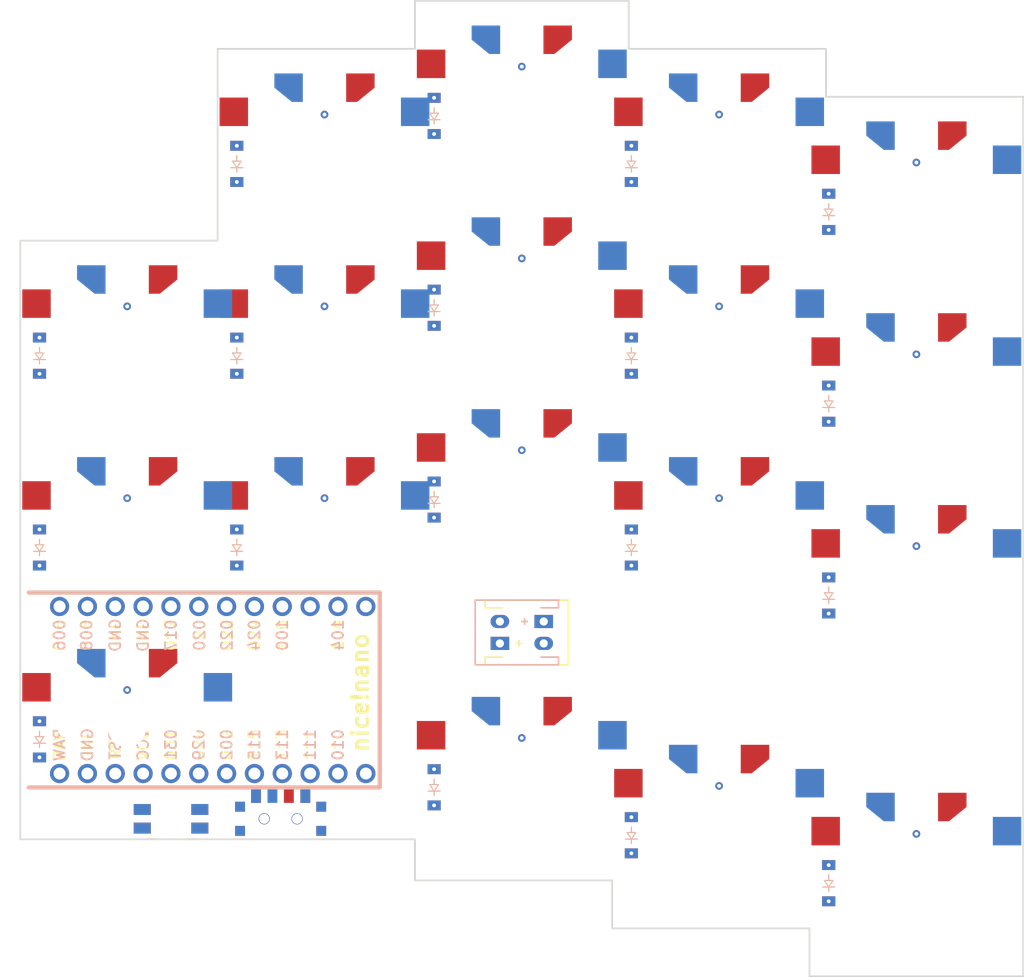
<source format=kicad_pcb>


(kicad_pcb (version 20171130) (host pcbnew 5.1.6)

  (page A3)
  (title_block
    (title "P2DI")
    (rev "v1.0.0")
    (company "Unknown")
  )

  (general
    (thickness 1.6)
  )

  (layers
    (0 F.Cu signal)
    (31 B.Cu signal)
    (32 B.Adhes user)
    (33 F.Adhes user)
    (34 B.Paste user)
    (35 F.Paste user)
    (36 B.SilkS user)
    (37 F.SilkS user)
    (38 B.Mask user)
    (39 F.Mask user)
    (40 Dwgs.User user)
    (41 Cmts.User user)
    (42 Eco1.User user)
    (43 Eco2.User user)
    (44 Edge.Cuts user)
    (45 Margin user)
    (46 B.CrtYd user)
    (47 F.CrtYd user)
    (48 B.Fab user)
    (49 F.Fab user)
  )

  (setup
    (last_trace_width 0.25)
    (trace_clearance 0.2)
    (zone_clearance 0.508)
    (zone_45_only no)
    (trace_min 0.2)
    (via_size 0.8)
    (via_drill 0.4)
    (via_min_size 0.4)
    (via_min_drill 0.3)
    (uvia_size 0.3)
    (uvia_drill 0.1)
    (uvias_allowed no)
    (uvia_min_size 0.2)
    (uvia_min_drill 0.1)
    (edge_width 0.05)
    (segment_width 0.2)
    (pcb_text_width 0.3)
    (pcb_text_size 1.5 1.5)
    (mod_edge_width 0.12)
    (mod_text_size 1 1)
    (mod_text_width 0.15)
    (pad_size 1.524 1.524)
    (pad_drill 0.762)
    (pad_to_mask_clearance 0.05)
    (aux_axis_origin 0 0)
    (visible_elements FFFFFF7F)
    (pcbplotparams
      (layerselection 0x010fc_ffffffff)
      (usegerberextensions false)
      (usegerberattributes true)
      (usegerberadvancedattributes true)
      (creategerberjobfile true)
      (excludeedgelayer true)
      (linewidth 0.100000)
      (plotframeref false)
      (viasonmask false)
      (mode 1)
      (useauxorigin false)
      (hpglpennumber 1)
      (hpglpenspeed 20)
      (hpglpendiameter 15.000000)
      (psnegative false)
      (psa4output false)
      (plotreference true)
      (plotvalue true)
      (plotinvisibletext false)
      (padsonsilk false)
      (subtractmaskfromsilk false)
      (outputformat 1)
      (mirror false)
      (drillshape 1)
      (scaleselection 1)
      (outputdirectory ""))
  )

  (net 0 "")
(net 1 "P022")
(net 2 "pinky_bottom")
(net 3 "pinky_home")
(net 4 "pinky_top")
(net 5 "P100")
(net 6 "ring_bottom")
(net 7 "ring_home")
(net 8 "ring_top")
(net 9 "P010")
(net 10 "middle_bottom")
(net 11 "middle_home")
(net 12 "middle_top")
(net 13 "P111")
(net 14 "index_bottom")
(net 15 "index_home")
(net 16 "index_top")
(net 17 "P113")
(net 18 "inner_bottom")
(net 19 "inner_home")
(net 20 "inner_top")
(net 21 "first_only")
(net 22 "second_only")
(net 23 "third_only")
(net 24 "RAW")
(net 25 "GND")
(net 26 "RST")
(net 27 "VCC")
(net 28 "P031")
(net 29 "P029")
(net 30 "P002")
(net 31 "P115")
(net 32 "P009")
(net 33 "P006")
(net 34 "P008")
(net 35 "P017")
(net 36 "P020")
(net 37 "P024")
(net 38 "P011")
(net 39 "P104")
(net 40 "P106")
(net 41 "P101")
(net 42 "P102")
(net 43 "P107")
(net 44 "pos")

  (net_class Default "This is the default net class."
    (clearance 0.2)
    (trace_width 0.25)
    (via_dia 0.8)
    (via_drill 0.4)
    (uvia_dia 0.3)
    (uvia_drill 0.1)
    (add_net "")
(add_net "P022")
(add_net "pinky_bottom")
(add_net "pinky_home")
(add_net "pinky_top")
(add_net "P100")
(add_net "ring_bottom")
(add_net "ring_home")
(add_net "ring_top")
(add_net "P010")
(add_net "middle_bottom")
(add_net "middle_home")
(add_net "middle_top")
(add_net "P111")
(add_net "index_bottom")
(add_net "index_home")
(add_net "index_top")
(add_net "P113")
(add_net "inner_bottom")
(add_net "inner_home")
(add_net "inner_top")
(add_net "first_only")
(add_net "second_only")
(add_net "third_only")
(add_net "RAW")
(add_net "GND")
(add_net "RST")
(add_net "VCC")
(add_net "P031")
(add_net "P029")
(add_net "P002")
(add_net "P115")
(add_net "P009")
(add_net "P006")
(add_net "P008")
(add_net "P017")
(add_net "P020")
(add_net "P024")
(add_net "P011")
(add_net "P104")
(add_net "P106")
(add_net "P101")
(add_net "P102")
(add_net "P107")
(add_net "pos")
  )

  
        
      (module PG1350 (layer F.Cu) (tedit 5DD50112)
      (at 0 0 0)

      
      (fp_text reference "S1" (at 0 0) (layer F.SilkS) hide (effects (font (size 1.27 1.27) (thickness 0.15))))
      (fp_text value "" (at 0 0) (layer F.SilkS) hide (effects (font (size 1.27 1.27) (thickness 0.15))))

      
      (fp_line (start -7 -6) (end -7 -7) (layer Dwgs.User) (width 0.15))
      (fp_line (start -7 7) (end -6 7) (layer Dwgs.User) (width 0.15))
      (fp_line (start -6 -7) (end -7 -7) (layer Dwgs.User) (width 0.15))
      (fp_line (start -7 7) (end -7 6) (layer Dwgs.User) (width 0.15))
      (fp_line (start 7 6) (end 7 7) (layer Dwgs.User) (width 0.15))
      (fp_line (start 7 -7) (end 6 -7) (layer Dwgs.User) (width 0.15))
      (fp_line (start 6 7) (end 7 7) (layer Dwgs.User) (width 0.15))
      (fp_line (start 7 -7) (end 7 -6) (layer Dwgs.User) (width 0.15))      
      
      
      (pad "" np_thru_hole circle (at 0 0) (size 3.429 3.429) (drill 3.429) (layers *.Cu *.Mask))
        
      
      (pad "" np_thru_hole circle (at 5.5 0) (size 1.7018 1.7018) (drill 1.7018) (layers *.Cu *.Mask))
      (pad "" np_thru_hole circle (at -5.5 0) (size 1.7018 1.7018) (drill 1.7018) (layers *.Cu *.Mask))
      
        
      
      (fp_line (start -9 -8.5) (end 9 -8.5) (layer Dwgs.User) (width 0.15))
      (fp_line (start 9 -8.5) (end 9 8.5) (layer Dwgs.User) (width 0.15))
      (fp_line (start 9 8.5) (end -9 8.5) (layer Dwgs.User) (width 0.15))
      (fp_line (start -9 8.5) (end -9 -8.5) (layer Dwgs.User) (width 0.15))
      
        
      
      (pad "" np_thru_hole circle (at 0 -5.95) (size 3 3) (drill 3) (layers *.Cu *.Mask))
      (pad 1 thru_hole circle (at 0 -3.5) (size .7 .7) (drill .35) (layers *.Cu *.Mask) (net 1 "P022"))
      
        
            
            (pad "" np_thru_hole circle (at 5 -3.75) (size 3 3) (drill 3) (layers *.Cu *.Mask))
        
            
            (pad "1" smd custom
              (at -3.275 -5.95)
              (size 0.5 0.5)
              (layers B.Cu B.Paste B.Mask)
              (net 1 "P022")
              (options
                (clearance outline)
                (anchor circle)
              )
              (primitives
                (gr_poly
                  (pts
                    (xy -1.3 0) (xy -1.3 -1.3) (xy 1.3 -1.3) (xy 1.3 1.3) (xy .3 1.3)
                  )
                  (width 0)
                  (fill yes)
                )))
              (pad 2 smd rect (at 8.275 -3.75 0) (size 2.6 2.6) (layers B.Cu B.Paste B.Mask)  (net 2 "pinky_bottom"))
          
        
            
            (pad "" np_thru_hole circle (at -5 -3.75) (size 3 3) (drill 3) (layers *.Cu *.Mask))
        
            
            (pad "1" smd custom
              (at 3.275 -5.95)
              (size 0.5 0.5)
              (layers F.Cu F.Paste F.Mask)
              (net 1 "P022")
              (options
                (clearance outline)
                (anchor circle)
              )
              (primitives
                (gr_poly
                  (pts
                    (xy 1.3 0) (xy 1.3 -1.3) (xy -1.3 -1.3) (xy -1.3 1.3) (xy -.3 1.3)
                  )
                  (width 0)
                  (fill yes)
                )))
              (pad 2 smd rect (at -8.275 -3.75 0) (size 2.6 2.6) (layers F.Cu F.Paste F.Mask)  (net 2 "pinky_bottom"))
          )
        

        
      (module PG1350 (layer F.Cu) (tedit 5DD50112)
      (at 0 -17.5 0)

      
      (fp_text reference "S2" (at 0 0) (layer F.SilkS) hide (effects (font (size 1.27 1.27) (thickness 0.15))))
      (fp_text value "" (at 0 0) (layer F.SilkS) hide (effects (font (size 1.27 1.27) (thickness 0.15))))

      
      (fp_line (start -7 -6) (end -7 -7) (layer Dwgs.User) (width 0.15))
      (fp_line (start -7 7) (end -6 7) (layer Dwgs.User) (width 0.15))
      (fp_line (start -6 -7) (end -7 -7) (layer Dwgs.User) (width 0.15))
      (fp_line (start -7 7) (end -7 6) (layer Dwgs.User) (width 0.15))
      (fp_line (start 7 6) (end 7 7) (layer Dwgs.User) (width 0.15))
      (fp_line (start 7 -7) (end 6 -7) (layer Dwgs.User) (width 0.15))
      (fp_line (start 6 7) (end 7 7) (layer Dwgs.User) (width 0.15))
      (fp_line (start 7 -7) (end 7 -6) (layer Dwgs.User) (width 0.15))      
      
      
      (pad "" np_thru_hole circle (at 0 0) (size 3.429 3.429) (drill 3.429) (layers *.Cu *.Mask))
        
      
      (pad "" np_thru_hole circle (at 5.5 0) (size 1.7018 1.7018) (drill 1.7018) (layers *.Cu *.Mask))
      (pad "" np_thru_hole circle (at -5.5 0) (size 1.7018 1.7018) (drill 1.7018) (layers *.Cu *.Mask))
      
        
      
      (fp_line (start -9 -8.5) (end 9 -8.5) (layer Dwgs.User) (width 0.15))
      (fp_line (start 9 -8.5) (end 9 8.5) (layer Dwgs.User) (width 0.15))
      (fp_line (start 9 8.5) (end -9 8.5) (layer Dwgs.User) (width 0.15))
      (fp_line (start -9 8.5) (end -9 -8.5) (layer Dwgs.User) (width 0.15))
      
        
      
      (pad "" np_thru_hole circle (at 0 -5.95) (size 3 3) (drill 3) (layers *.Cu *.Mask))
      (pad 1 thru_hole circle (at 0 -3.5) (size .7 .7) (drill .35) (layers *.Cu *.Mask) (net 1 "P022"))
      
        
            
            (pad "" np_thru_hole circle (at 5 -3.75) (size 3 3) (drill 3) (layers *.Cu *.Mask))
        
            
            (pad "1" smd custom
              (at -3.275 -5.95)
              (size 0.5 0.5)
              (layers B.Cu B.Paste B.Mask)
              (net 1 "P022")
              (options
                (clearance outline)
                (anchor circle)
              )
              (primitives
                (gr_poly
                  (pts
                    (xy -1.3 0) (xy -1.3 -1.3) (xy 1.3 -1.3) (xy 1.3 1.3) (xy .3 1.3)
                  )
                  (width 0)
                  (fill yes)
                )))
              (pad 2 smd rect (at 8.275 -3.75 0) (size 2.6 2.6) (layers B.Cu B.Paste B.Mask)  (net 3 "pinky_home"))
          
        
            
            (pad "" np_thru_hole circle (at -5 -3.75) (size 3 3) (drill 3) (layers *.Cu *.Mask))
        
            
            (pad "1" smd custom
              (at 3.275 -5.95)
              (size 0.5 0.5)
              (layers F.Cu F.Paste F.Mask)
              (net 1 "P022")
              (options
                (clearance outline)
                (anchor circle)
              )
              (primitives
                (gr_poly
                  (pts
                    (xy 1.3 0) (xy 1.3 -1.3) (xy -1.3 -1.3) (xy -1.3 1.3) (xy -.3 1.3)
                  )
                  (width 0)
                  (fill yes)
                )))
              (pad 2 smd rect (at -8.275 -3.75 0) (size 2.6 2.6) (layers F.Cu F.Paste F.Mask)  (net 3 "pinky_home"))
          )
        

        
      (module PG1350 (layer F.Cu) (tedit 5DD50112)
      (at 0 -35 0)

      
      (fp_text reference "S3" (at 0 0) (layer F.SilkS) hide (effects (font (size 1.27 1.27) (thickness 0.15))))
      (fp_text value "" (at 0 0) (layer F.SilkS) hide (effects (font (size 1.27 1.27) (thickness 0.15))))

      
      (fp_line (start -7 -6) (end -7 -7) (layer Dwgs.User) (width 0.15))
      (fp_line (start -7 7) (end -6 7) (layer Dwgs.User) (width 0.15))
      (fp_line (start -6 -7) (end -7 -7) (layer Dwgs.User) (width 0.15))
      (fp_line (start -7 7) (end -7 6) (layer Dwgs.User) (width 0.15))
      (fp_line (start 7 6) (end 7 7) (layer Dwgs.User) (width 0.15))
      (fp_line (start 7 -7) (end 6 -7) (layer Dwgs.User) (width 0.15))
      (fp_line (start 6 7) (end 7 7) (layer Dwgs.User) (width 0.15))
      (fp_line (start 7 -7) (end 7 -6) (layer Dwgs.User) (width 0.15))      
      
      
      (pad "" np_thru_hole circle (at 0 0) (size 3.429 3.429) (drill 3.429) (layers *.Cu *.Mask))
        
      
      (pad "" np_thru_hole circle (at 5.5 0) (size 1.7018 1.7018) (drill 1.7018) (layers *.Cu *.Mask))
      (pad "" np_thru_hole circle (at -5.5 0) (size 1.7018 1.7018) (drill 1.7018) (layers *.Cu *.Mask))
      
        
      
      (fp_line (start -9 -8.5) (end 9 -8.5) (layer Dwgs.User) (width 0.15))
      (fp_line (start 9 -8.5) (end 9 8.5) (layer Dwgs.User) (width 0.15))
      (fp_line (start 9 8.5) (end -9 8.5) (layer Dwgs.User) (width 0.15))
      (fp_line (start -9 8.5) (end -9 -8.5) (layer Dwgs.User) (width 0.15))
      
        
      
      (pad "" np_thru_hole circle (at 0 -5.95) (size 3 3) (drill 3) (layers *.Cu *.Mask))
      (pad 1 thru_hole circle (at 0 -3.5) (size .7 .7) (drill .35) (layers *.Cu *.Mask) (net 1 "P022"))
      
        
            
            (pad "" np_thru_hole circle (at 5 -3.75) (size 3 3) (drill 3) (layers *.Cu *.Mask))
        
            
            (pad "1" smd custom
              (at -3.275 -5.95)
              (size 0.5 0.5)
              (layers B.Cu B.Paste B.Mask)
              (net 1 "P022")
              (options
                (clearance outline)
                (anchor circle)
              )
              (primitives
                (gr_poly
                  (pts
                    (xy -1.3 0) (xy -1.3 -1.3) (xy 1.3 -1.3) (xy 1.3 1.3) (xy .3 1.3)
                  )
                  (width 0)
                  (fill yes)
                )))
              (pad 2 smd rect (at 8.275 -3.75 0) (size 2.6 2.6) (layers B.Cu B.Paste B.Mask)  (net 4 "pinky_top"))
          
        
            
            (pad "" np_thru_hole circle (at -5 -3.75) (size 3 3) (drill 3) (layers *.Cu *.Mask))
        
            
            (pad "1" smd custom
              (at 3.275 -5.95)
              (size 0.5 0.5)
              (layers F.Cu F.Paste F.Mask)
              (net 1 "P022")
              (options
                (clearance outline)
                (anchor circle)
              )
              (primitives
                (gr_poly
                  (pts
                    (xy 1.3 0) (xy 1.3 -1.3) (xy -1.3 -1.3) (xy -1.3 1.3) (xy -.3 1.3)
                  )
                  (width 0)
                  (fill yes)
                )))
              (pad 2 smd rect (at -8.275 -3.75 0) (size 2.6 2.6) (layers F.Cu F.Paste F.Mask)  (net 4 "pinky_top"))
          )
        

        
      (module PG1350 (layer F.Cu) (tedit 5DD50112)
      (at 18 -17.5 0)

      
      (fp_text reference "S4" (at 0 0) (layer F.SilkS) hide (effects (font (size 1.27 1.27) (thickness 0.15))))
      (fp_text value "" (at 0 0) (layer F.SilkS) hide (effects (font (size 1.27 1.27) (thickness 0.15))))

      
      (fp_line (start -7 -6) (end -7 -7) (layer Dwgs.User) (width 0.15))
      (fp_line (start -7 7) (end -6 7) (layer Dwgs.User) (width 0.15))
      (fp_line (start -6 -7) (end -7 -7) (layer Dwgs.User) (width 0.15))
      (fp_line (start -7 7) (end -7 6) (layer Dwgs.User) (width 0.15))
      (fp_line (start 7 6) (end 7 7) (layer Dwgs.User) (width 0.15))
      (fp_line (start 7 -7) (end 6 -7) (layer Dwgs.User) (width 0.15))
      (fp_line (start 6 7) (end 7 7) (layer Dwgs.User) (width 0.15))
      (fp_line (start 7 -7) (end 7 -6) (layer Dwgs.User) (width 0.15))      
      
      
      (pad "" np_thru_hole circle (at 0 0) (size 3.429 3.429) (drill 3.429) (layers *.Cu *.Mask))
        
      
      (pad "" np_thru_hole circle (at 5.5 0) (size 1.7018 1.7018) (drill 1.7018) (layers *.Cu *.Mask))
      (pad "" np_thru_hole circle (at -5.5 0) (size 1.7018 1.7018) (drill 1.7018) (layers *.Cu *.Mask))
      
        
      
      (fp_line (start -9 -8.5) (end 9 -8.5) (layer Dwgs.User) (width 0.15))
      (fp_line (start 9 -8.5) (end 9 8.5) (layer Dwgs.User) (width 0.15))
      (fp_line (start 9 8.5) (end -9 8.5) (layer Dwgs.User) (width 0.15))
      (fp_line (start -9 8.5) (end -9 -8.5) (layer Dwgs.User) (width 0.15))
      
        
      
      (pad "" np_thru_hole circle (at 0 -5.95) (size 3 3) (drill 3) (layers *.Cu *.Mask))
      (pad 1 thru_hole circle (at 0 -3.5) (size .7 .7) (drill .35) (layers *.Cu *.Mask) (net 5 "P100"))
      
        
            
            (pad "" np_thru_hole circle (at 5 -3.75) (size 3 3) (drill 3) (layers *.Cu *.Mask))
        
            
            (pad "1" smd custom
              (at -3.275 -5.95)
              (size 0.5 0.5)
              (layers B.Cu B.Paste B.Mask)
              (net 5 "P100")
              (options
                (clearance outline)
                (anchor circle)
              )
              (primitives
                (gr_poly
                  (pts
                    (xy -1.3 0) (xy -1.3 -1.3) (xy 1.3 -1.3) (xy 1.3 1.3) (xy .3 1.3)
                  )
                  (width 0)
                  (fill yes)
                )))
              (pad 2 smd rect (at 8.275 -3.75 0) (size 2.6 2.6) (layers B.Cu B.Paste B.Mask)  (net 6 "ring_bottom"))
          
        
            
            (pad "" np_thru_hole circle (at -5 -3.75) (size 3 3) (drill 3) (layers *.Cu *.Mask))
        
            
            (pad "1" smd custom
              (at 3.275 -5.95)
              (size 0.5 0.5)
              (layers F.Cu F.Paste F.Mask)
              (net 5 "P100")
              (options
                (clearance outline)
                (anchor circle)
              )
              (primitives
                (gr_poly
                  (pts
                    (xy 1.3 0) (xy 1.3 -1.3) (xy -1.3 -1.3) (xy -1.3 1.3) (xy -.3 1.3)
                  )
                  (width 0)
                  (fill yes)
                )))
              (pad 2 smd rect (at -8.275 -3.75 0) (size 2.6 2.6) (layers F.Cu F.Paste F.Mask)  (net 6 "ring_bottom"))
          )
        

        
      (module PG1350 (layer F.Cu) (tedit 5DD50112)
      (at 18 -35 0)

      
      (fp_text reference "S5" (at 0 0) (layer F.SilkS) hide (effects (font (size 1.27 1.27) (thickness 0.15))))
      (fp_text value "" (at 0 0) (layer F.SilkS) hide (effects (font (size 1.27 1.27) (thickness 0.15))))

      
      (fp_line (start -7 -6) (end -7 -7) (layer Dwgs.User) (width 0.15))
      (fp_line (start -7 7) (end -6 7) (layer Dwgs.User) (width 0.15))
      (fp_line (start -6 -7) (end -7 -7) (layer Dwgs.User) (width 0.15))
      (fp_line (start -7 7) (end -7 6) (layer Dwgs.User) (width 0.15))
      (fp_line (start 7 6) (end 7 7) (layer Dwgs.User) (width 0.15))
      (fp_line (start 7 -7) (end 6 -7) (layer Dwgs.User) (width 0.15))
      (fp_line (start 6 7) (end 7 7) (layer Dwgs.User) (width 0.15))
      (fp_line (start 7 -7) (end 7 -6) (layer Dwgs.User) (width 0.15))      
      
      
      (pad "" np_thru_hole circle (at 0 0) (size 3.429 3.429) (drill 3.429) (layers *.Cu *.Mask))
        
      
      (pad "" np_thru_hole circle (at 5.5 0) (size 1.7018 1.7018) (drill 1.7018) (layers *.Cu *.Mask))
      (pad "" np_thru_hole circle (at -5.5 0) (size 1.7018 1.7018) (drill 1.7018) (layers *.Cu *.Mask))
      
        
      
      (fp_line (start -9 -8.5) (end 9 -8.5) (layer Dwgs.User) (width 0.15))
      (fp_line (start 9 -8.5) (end 9 8.5) (layer Dwgs.User) (width 0.15))
      (fp_line (start 9 8.5) (end -9 8.5) (layer Dwgs.User) (width 0.15))
      (fp_line (start -9 8.5) (end -9 -8.5) (layer Dwgs.User) (width 0.15))
      
        
      
      (pad "" np_thru_hole circle (at 0 -5.95) (size 3 3) (drill 3) (layers *.Cu *.Mask))
      (pad 1 thru_hole circle (at 0 -3.5) (size .7 .7) (drill .35) (layers *.Cu *.Mask) (net 5 "P100"))
      
        
            
            (pad "" np_thru_hole circle (at 5 -3.75) (size 3 3) (drill 3) (layers *.Cu *.Mask))
        
            
            (pad "1" smd custom
              (at -3.275 -5.95)
              (size 0.5 0.5)
              (layers B.Cu B.Paste B.Mask)
              (net 5 "P100")
              (options
                (clearance outline)
                (anchor circle)
              )
              (primitives
                (gr_poly
                  (pts
                    (xy -1.3 0) (xy -1.3 -1.3) (xy 1.3 -1.3) (xy 1.3 1.3) (xy .3 1.3)
                  )
                  (width 0)
                  (fill yes)
                )))
              (pad 2 smd rect (at 8.275 -3.75 0) (size 2.6 2.6) (layers B.Cu B.Paste B.Mask)  (net 7 "ring_home"))
          
        
            
            (pad "" np_thru_hole circle (at -5 -3.75) (size 3 3) (drill 3) (layers *.Cu *.Mask))
        
            
            (pad "1" smd custom
              (at 3.275 -5.95)
              (size 0.5 0.5)
              (layers F.Cu F.Paste F.Mask)
              (net 5 "P100")
              (options
                (clearance outline)
                (anchor circle)
              )
              (primitives
                (gr_poly
                  (pts
                    (xy 1.3 0) (xy 1.3 -1.3) (xy -1.3 -1.3) (xy -1.3 1.3) (xy -.3 1.3)
                  )
                  (width 0)
                  (fill yes)
                )))
              (pad 2 smd rect (at -8.275 -3.75 0) (size 2.6 2.6) (layers F.Cu F.Paste F.Mask)  (net 7 "ring_home"))
          )
        

        
      (module PG1350 (layer F.Cu) (tedit 5DD50112)
      (at 18 -52.5 0)

      
      (fp_text reference "S6" (at 0 0) (layer F.SilkS) hide (effects (font (size 1.27 1.27) (thickness 0.15))))
      (fp_text value "" (at 0 0) (layer F.SilkS) hide (effects (font (size 1.27 1.27) (thickness 0.15))))

      
      (fp_line (start -7 -6) (end -7 -7) (layer Dwgs.User) (width 0.15))
      (fp_line (start -7 7) (end -6 7) (layer Dwgs.User) (width 0.15))
      (fp_line (start -6 -7) (end -7 -7) (layer Dwgs.User) (width 0.15))
      (fp_line (start -7 7) (end -7 6) (layer Dwgs.User) (width 0.15))
      (fp_line (start 7 6) (end 7 7) (layer Dwgs.User) (width 0.15))
      (fp_line (start 7 -7) (end 6 -7) (layer Dwgs.User) (width 0.15))
      (fp_line (start 6 7) (end 7 7) (layer Dwgs.User) (width 0.15))
      (fp_line (start 7 -7) (end 7 -6) (layer Dwgs.User) (width 0.15))      
      
      
      (pad "" np_thru_hole circle (at 0 0) (size 3.429 3.429) (drill 3.429) (layers *.Cu *.Mask))
        
      
      (pad "" np_thru_hole circle (at 5.5 0) (size 1.7018 1.7018) (drill 1.7018) (layers *.Cu *.Mask))
      (pad "" np_thru_hole circle (at -5.5 0) (size 1.7018 1.7018) (drill 1.7018) (layers *.Cu *.Mask))
      
        
      
      (fp_line (start -9 -8.5) (end 9 -8.5) (layer Dwgs.User) (width 0.15))
      (fp_line (start 9 -8.5) (end 9 8.5) (layer Dwgs.User) (width 0.15))
      (fp_line (start 9 8.5) (end -9 8.5) (layer Dwgs.User) (width 0.15))
      (fp_line (start -9 8.5) (end -9 -8.5) (layer Dwgs.User) (width 0.15))
      
        
      
      (pad "" np_thru_hole circle (at 0 -5.95) (size 3 3) (drill 3) (layers *.Cu *.Mask))
      (pad 1 thru_hole circle (at 0 -3.5) (size .7 .7) (drill .35) (layers *.Cu *.Mask) (net 5 "P100"))
      
        
            
            (pad "" np_thru_hole circle (at 5 -3.75) (size 3 3) (drill 3) (layers *.Cu *.Mask))
        
            
            (pad "1" smd custom
              (at -3.275 -5.95)
              (size 0.5 0.5)
              (layers B.Cu B.Paste B.Mask)
              (net 5 "P100")
              (options
                (clearance outline)
                (anchor circle)
              )
              (primitives
                (gr_poly
                  (pts
                    (xy -1.3 0) (xy -1.3 -1.3) (xy 1.3 -1.3) (xy 1.3 1.3) (xy .3 1.3)
                  )
                  (width 0)
                  (fill yes)
                )))
              (pad 2 smd rect (at 8.275 -3.75 0) (size 2.6 2.6) (layers B.Cu B.Paste B.Mask)  (net 8 "ring_top"))
          
        
            
            (pad "" np_thru_hole circle (at -5 -3.75) (size 3 3) (drill 3) (layers *.Cu *.Mask))
        
            
            (pad "1" smd custom
              (at 3.275 -5.95)
              (size 0.5 0.5)
              (layers F.Cu F.Paste F.Mask)
              (net 5 "P100")
              (options
                (clearance outline)
                (anchor circle)
              )
              (primitives
                (gr_poly
                  (pts
                    (xy 1.3 0) (xy 1.3 -1.3) (xy -1.3 -1.3) (xy -1.3 1.3) (xy -.3 1.3)
                  )
                  (width 0)
                  (fill yes)
                )))
              (pad 2 smd rect (at -8.275 -3.75 0) (size 2.6 2.6) (layers F.Cu F.Paste F.Mask)  (net 8 "ring_top"))
          )
        

        
      (module PG1350 (layer F.Cu) (tedit 5DD50112)
      (at 36 -21.875 0)

      
      (fp_text reference "S7" (at 0 0) (layer F.SilkS) hide (effects (font (size 1.27 1.27) (thickness 0.15))))
      (fp_text value "" (at 0 0) (layer F.SilkS) hide (effects (font (size 1.27 1.27) (thickness 0.15))))

      
      (fp_line (start -7 -6) (end -7 -7) (layer Dwgs.User) (width 0.15))
      (fp_line (start -7 7) (end -6 7) (layer Dwgs.User) (width 0.15))
      (fp_line (start -6 -7) (end -7 -7) (layer Dwgs.User) (width 0.15))
      (fp_line (start -7 7) (end -7 6) (layer Dwgs.User) (width 0.15))
      (fp_line (start 7 6) (end 7 7) (layer Dwgs.User) (width 0.15))
      (fp_line (start 7 -7) (end 6 -7) (layer Dwgs.User) (width 0.15))
      (fp_line (start 6 7) (end 7 7) (layer Dwgs.User) (width 0.15))
      (fp_line (start 7 -7) (end 7 -6) (layer Dwgs.User) (width 0.15))      
      
      
      (pad "" np_thru_hole circle (at 0 0) (size 3.429 3.429) (drill 3.429) (layers *.Cu *.Mask))
        
      
      (pad "" np_thru_hole circle (at 5.5 0) (size 1.7018 1.7018) (drill 1.7018) (layers *.Cu *.Mask))
      (pad "" np_thru_hole circle (at -5.5 0) (size 1.7018 1.7018) (drill 1.7018) (layers *.Cu *.Mask))
      
        
      
      (fp_line (start -9 -8.5) (end 9 -8.5) (layer Dwgs.User) (width 0.15))
      (fp_line (start 9 -8.5) (end 9 8.5) (layer Dwgs.User) (width 0.15))
      (fp_line (start 9 8.5) (end -9 8.5) (layer Dwgs.User) (width 0.15))
      (fp_line (start -9 8.5) (end -9 -8.5) (layer Dwgs.User) (width 0.15))
      
        
      
      (pad "" np_thru_hole circle (at 0 -5.95) (size 3 3) (drill 3) (layers *.Cu *.Mask))
      (pad 1 thru_hole circle (at 0 -3.5) (size .7 .7) (drill .35) (layers *.Cu *.Mask) (net 9 "P010"))
      
        
            
            (pad "" np_thru_hole circle (at 5 -3.75) (size 3 3) (drill 3) (layers *.Cu *.Mask))
        
            
            (pad "1" smd custom
              (at -3.275 -5.95)
              (size 0.5 0.5)
              (layers B.Cu B.Paste B.Mask)
              (net 9 "P010")
              (options
                (clearance outline)
                (anchor circle)
              )
              (primitives
                (gr_poly
                  (pts
                    (xy -1.3 0) (xy -1.3 -1.3) (xy 1.3 -1.3) (xy 1.3 1.3) (xy .3 1.3)
                  )
                  (width 0)
                  (fill yes)
                )))
              (pad 2 smd rect (at 8.275 -3.75 0) (size 2.6 2.6) (layers B.Cu B.Paste B.Mask)  (net 10 "middle_bottom"))
          
        
            
            (pad "" np_thru_hole circle (at -5 -3.75) (size 3 3) (drill 3) (layers *.Cu *.Mask))
        
            
            (pad "1" smd custom
              (at 3.275 -5.95)
              (size 0.5 0.5)
              (layers F.Cu F.Paste F.Mask)
              (net 9 "P010")
              (options
                (clearance outline)
                (anchor circle)
              )
              (primitives
                (gr_poly
                  (pts
                    (xy 1.3 0) (xy 1.3 -1.3) (xy -1.3 -1.3) (xy -1.3 1.3) (xy -.3 1.3)
                  )
                  (width 0)
                  (fill yes)
                )))
              (pad 2 smd rect (at -8.275 -3.75 0) (size 2.6 2.6) (layers F.Cu F.Paste F.Mask)  (net 10 "middle_bottom"))
          )
        

        
      (module PG1350 (layer F.Cu) (tedit 5DD50112)
      (at 36 -39.375 0)

      
      (fp_text reference "S8" (at 0 0) (layer F.SilkS) hide (effects (font (size 1.27 1.27) (thickness 0.15))))
      (fp_text value "" (at 0 0) (layer F.SilkS) hide (effects (font (size 1.27 1.27) (thickness 0.15))))

      
      (fp_line (start -7 -6) (end -7 -7) (layer Dwgs.User) (width 0.15))
      (fp_line (start -7 7) (end -6 7) (layer Dwgs.User) (width 0.15))
      (fp_line (start -6 -7) (end -7 -7) (layer Dwgs.User) (width 0.15))
      (fp_line (start -7 7) (end -7 6) (layer Dwgs.User) (width 0.15))
      (fp_line (start 7 6) (end 7 7) (layer Dwgs.User) (width 0.15))
      (fp_line (start 7 -7) (end 6 -7) (layer Dwgs.User) (width 0.15))
      (fp_line (start 6 7) (end 7 7) (layer Dwgs.User) (width 0.15))
      (fp_line (start 7 -7) (end 7 -6) (layer Dwgs.User) (width 0.15))      
      
      
      (pad "" np_thru_hole circle (at 0 0) (size 3.429 3.429) (drill 3.429) (layers *.Cu *.Mask))
        
      
      (pad "" np_thru_hole circle (at 5.5 0) (size 1.7018 1.7018) (drill 1.7018) (layers *.Cu *.Mask))
      (pad "" np_thru_hole circle (at -5.5 0) (size 1.7018 1.7018) (drill 1.7018) (layers *.Cu *.Mask))
      
        
      
      (fp_line (start -9 -8.5) (end 9 -8.5) (layer Dwgs.User) (width 0.15))
      (fp_line (start 9 -8.5) (end 9 8.5) (layer Dwgs.User) (width 0.15))
      (fp_line (start 9 8.5) (end -9 8.5) (layer Dwgs.User) (width 0.15))
      (fp_line (start -9 8.5) (end -9 -8.5) (layer Dwgs.User) (width 0.15))
      
        
      
      (pad "" np_thru_hole circle (at 0 -5.95) (size 3 3) (drill 3) (layers *.Cu *.Mask))
      (pad 1 thru_hole circle (at 0 -3.5) (size .7 .7) (drill .35) (layers *.Cu *.Mask) (net 9 "P010"))
      
        
            
            (pad "" np_thru_hole circle (at 5 -3.75) (size 3 3) (drill 3) (layers *.Cu *.Mask))
        
            
            (pad "1" smd custom
              (at -3.275 -5.95)
              (size 0.5 0.5)
              (layers B.Cu B.Paste B.Mask)
              (net 9 "P010")
              (options
                (clearance outline)
                (anchor circle)
              )
              (primitives
                (gr_poly
                  (pts
                    (xy -1.3 0) (xy -1.3 -1.3) (xy 1.3 -1.3) (xy 1.3 1.3) (xy .3 1.3)
                  )
                  (width 0)
                  (fill yes)
                )))
              (pad 2 smd rect (at 8.275 -3.75 0) (size 2.6 2.6) (layers B.Cu B.Paste B.Mask)  (net 11 "middle_home"))
          
        
            
            (pad "" np_thru_hole circle (at -5 -3.75) (size 3 3) (drill 3) (layers *.Cu *.Mask))
        
            
            (pad "1" smd custom
              (at 3.275 -5.95)
              (size 0.5 0.5)
              (layers F.Cu F.Paste F.Mask)
              (net 9 "P010")
              (options
                (clearance outline)
                (anchor circle)
              )
              (primitives
                (gr_poly
                  (pts
                    (xy 1.3 0) (xy 1.3 -1.3) (xy -1.3 -1.3) (xy -1.3 1.3) (xy -.3 1.3)
                  )
                  (width 0)
                  (fill yes)
                )))
              (pad 2 smd rect (at -8.275 -3.75 0) (size 2.6 2.6) (layers F.Cu F.Paste F.Mask)  (net 11 "middle_home"))
          )
        

        
      (module PG1350 (layer F.Cu) (tedit 5DD50112)
      (at 36 -56.875 0)

      
      (fp_text reference "S9" (at 0 0) (layer F.SilkS) hide (effects (font (size 1.27 1.27) (thickness 0.15))))
      (fp_text value "" (at 0 0) (layer F.SilkS) hide (effects (font (size 1.27 1.27) (thickness 0.15))))

      
      (fp_line (start -7 -6) (end -7 -7) (layer Dwgs.User) (width 0.15))
      (fp_line (start -7 7) (end -6 7) (layer Dwgs.User) (width 0.15))
      (fp_line (start -6 -7) (end -7 -7) (layer Dwgs.User) (width 0.15))
      (fp_line (start -7 7) (end -7 6) (layer Dwgs.User) (width 0.15))
      (fp_line (start 7 6) (end 7 7) (layer Dwgs.User) (width 0.15))
      (fp_line (start 7 -7) (end 6 -7) (layer Dwgs.User) (width 0.15))
      (fp_line (start 6 7) (end 7 7) (layer Dwgs.User) (width 0.15))
      (fp_line (start 7 -7) (end 7 -6) (layer Dwgs.User) (width 0.15))      
      
      
      (pad "" np_thru_hole circle (at 0 0) (size 3.429 3.429) (drill 3.429) (layers *.Cu *.Mask))
        
      
      (pad "" np_thru_hole circle (at 5.5 0) (size 1.7018 1.7018) (drill 1.7018) (layers *.Cu *.Mask))
      (pad "" np_thru_hole circle (at -5.5 0) (size 1.7018 1.7018) (drill 1.7018) (layers *.Cu *.Mask))
      
        
      
      (fp_line (start -9 -8.5) (end 9 -8.5) (layer Dwgs.User) (width 0.15))
      (fp_line (start 9 -8.5) (end 9 8.5) (layer Dwgs.User) (width 0.15))
      (fp_line (start 9 8.5) (end -9 8.5) (layer Dwgs.User) (width 0.15))
      (fp_line (start -9 8.5) (end -9 -8.5) (layer Dwgs.User) (width 0.15))
      
        
      
      (pad "" np_thru_hole circle (at 0 -5.95) (size 3 3) (drill 3) (layers *.Cu *.Mask))
      (pad 1 thru_hole circle (at 0 -3.5) (size .7 .7) (drill .35) (layers *.Cu *.Mask) (net 9 "P010"))
      
        
            
            (pad "" np_thru_hole circle (at 5 -3.75) (size 3 3) (drill 3) (layers *.Cu *.Mask))
        
            
            (pad "1" smd custom
              (at -3.275 -5.95)
              (size 0.5 0.5)
              (layers B.Cu B.Paste B.Mask)
              (net 9 "P010")
              (options
                (clearance outline)
                (anchor circle)
              )
              (primitives
                (gr_poly
                  (pts
                    (xy -1.3 0) (xy -1.3 -1.3) (xy 1.3 -1.3) (xy 1.3 1.3) (xy .3 1.3)
                  )
                  (width 0)
                  (fill yes)
                )))
              (pad 2 smd rect (at 8.275 -3.75 0) (size 2.6 2.6) (layers B.Cu B.Paste B.Mask)  (net 12 "middle_top"))
          
        
            
            (pad "" np_thru_hole circle (at -5 -3.75) (size 3 3) (drill 3) (layers *.Cu *.Mask))
        
            
            (pad "1" smd custom
              (at 3.275 -5.95)
              (size 0.5 0.5)
              (layers F.Cu F.Paste F.Mask)
              (net 9 "P010")
              (options
                (clearance outline)
                (anchor circle)
              )
              (primitives
                (gr_poly
                  (pts
                    (xy 1.3 0) (xy 1.3 -1.3) (xy -1.3 -1.3) (xy -1.3 1.3) (xy -.3 1.3)
                  )
                  (width 0)
                  (fill yes)
                )))
              (pad 2 smd rect (at -8.275 -3.75 0) (size 2.6 2.6) (layers F.Cu F.Paste F.Mask)  (net 12 "middle_top"))
          )
        

        
      (module PG1350 (layer F.Cu) (tedit 5DD50112)
      (at 54 -17.5 0)

      
      (fp_text reference "S10" (at 0 0) (layer F.SilkS) hide (effects (font (size 1.27 1.27) (thickness 0.15))))
      (fp_text value "" (at 0 0) (layer F.SilkS) hide (effects (font (size 1.27 1.27) (thickness 0.15))))

      
      (fp_line (start -7 -6) (end -7 -7) (layer Dwgs.User) (width 0.15))
      (fp_line (start -7 7) (end -6 7) (layer Dwgs.User) (width 0.15))
      (fp_line (start -6 -7) (end -7 -7) (layer Dwgs.User) (width 0.15))
      (fp_line (start -7 7) (end -7 6) (layer Dwgs.User) (width 0.15))
      (fp_line (start 7 6) (end 7 7) (layer Dwgs.User) (width 0.15))
      (fp_line (start 7 -7) (end 6 -7) (layer Dwgs.User) (width 0.15))
      (fp_line (start 6 7) (end 7 7) (layer Dwgs.User) (width 0.15))
      (fp_line (start 7 -7) (end 7 -6) (layer Dwgs.User) (width 0.15))      
      
      
      (pad "" np_thru_hole circle (at 0 0) (size 3.429 3.429) (drill 3.429) (layers *.Cu *.Mask))
        
      
      (pad "" np_thru_hole circle (at 5.5 0) (size 1.7018 1.7018) (drill 1.7018) (layers *.Cu *.Mask))
      (pad "" np_thru_hole circle (at -5.5 0) (size 1.7018 1.7018) (drill 1.7018) (layers *.Cu *.Mask))
      
        
      
      (fp_line (start -9 -8.5) (end 9 -8.5) (layer Dwgs.User) (width 0.15))
      (fp_line (start 9 -8.5) (end 9 8.5) (layer Dwgs.User) (width 0.15))
      (fp_line (start 9 8.5) (end -9 8.5) (layer Dwgs.User) (width 0.15))
      (fp_line (start -9 8.5) (end -9 -8.5) (layer Dwgs.User) (width 0.15))
      
        
      
      (pad "" np_thru_hole circle (at 0 -5.95) (size 3 3) (drill 3) (layers *.Cu *.Mask))
      (pad 1 thru_hole circle (at 0 -3.5) (size .7 .7) (drill .35) (layers *.Cu *.Mask) (net 13 "P111"))
      
        
            
            (pad "" np_thru_hole circle (at 5 -3.75) (size 3 3) (drill 3) (layers *.Cu *.Mask))
        
            
            (pad "1" smd custom
              (at -3.275 -5.95)
              (size 0.5 0.5)
              (layers B.Cu B.Paste B.Mask)
              (net 13 "P111")
              (options
                (clearance outline)
                (anchor circle)
              )
              (primitives
                (gr_poly
                  (pts
                    (xy -1.3 0) (xy -1.3 -1.3) (xy 1.3 -1.3) (xy 1.3 1.3) (xy .3 1.3)
                  )
                  (width 0)
                  (fill yes)
                )))
              (pad 2 smd rect (at 8.275 -3.75 0) (size 2.6 2.6) (layers B.Cu B.Paste B.Mask)  (net 14 "index_bottom"))
          
        
            
            (pad "" np_thru_hole circle (at -5 -3.75) (size 3 3) (drill 3) (layers *.Cu *.Mask))
        
            
            (pad "1" smd custom
              (at 3.275 -5.95)
              (size 0.5 0.5)
              (layers F.Cu F.Paste F.Mask)
              (net 13 "P111")
              (options
                (clearance outline)
                (anchor circle)
              )
              (primitives
                (gr_poly
                  (pts
                    (xy 1.3 0) (xy 1.3 -1.3) (xy -1.3 -1.3) (xy -1.3 1.3) (xy -.3 1.3)
                  )
                  (width 0)
                  (fill yes)
                )))
              (pad 2 smd rect (at -8.275 -3.75 0) (size 2.6 2.6) (layers F.Cu F.Paste F.Mask)  (net 14 "index_bottom"))
          )
        

        
      (module PG1350 (layer F.Cu) (tedit 5DD50112)
      (at 54 -35 0)

      
      (fp_text reference "S11" (at 0 0) (layer F.SilkS) hide (effects (font (size 1.27 1.27) (thickness 0.15))))
      (fp_text value "" (at 0 0) (layer F.SilkS) hide (effects (font (size 1.27 1.27) (thickness 0.15))))

      
      (fp_line (start -7 -6) (end -7 -7) (layer Dwgs.User) (width 0.15))
      (fp_line (start -7 7) (end -6 7) (layer Dwgs.User) (width 0.15))
      (fp_line (start -6 -7) (end -7 -7) (layer Dwgs.User) (width 0.15))
      (fp_line (start -7 7) (end -7 6) (layer Dwgs.User) (width 0.15))
      (fp_line (start 7 6) (end 7 7) (layer Dwgs.User) (width 0.15))
      (fp_line (start 7 -7) (end 6 -7) (layer Dwgs.User) (width 0.15))
      (fp_line (start 6 7) (end 7 7) (layer Dwgs.User) (width 0.15))
      (fp_line (start 7 -7) (end 7 -6) (layer Dwgs.User) (width 0.15))      
      
      
      (pad "" np_thru_hole circle (at 0 0) (size 3.429 3.429) (drill 3.429) (layers *.Cu *.Mask))
        
      
      (pad "" np_thru_hole circle (at 5.5 0) (size 1.7018 1.7018) (drill 1.7018) (layers *.Cu *.Mask))
      (pad "" np_thru_hole circle (at -5.5 0) (size 1.7018 1.7018) (drill 1.7018) (layers *.Cu *.Mask))
      
        
      
      (fp_line (start -9 -8.5) (end 9 -8.5) (layer Dwgs.User) (width 0.15))
      (fp_line (start 9 -8.5) (end 9 8.5) (layer Dwgs.User) (width 0.15))
      (fp_line (start 9 8.5) (end -9 8.5) (layer Dwgs.User) (width 0.15))
      (fp_line (start -9 8.5) (end -9 -8.5) (layer Dwgs.User) (width 0.15))
      
        
      
      (pad "" np_thru_hole circle (at 0 -5.95) (size 3 3) (drill 3) (layers *.Cu *.Mask))
      (pad 1 thru_hole circle (at 0 -3.5) (size .7 .7) (drill .35) (layers *.Cu *.Mask) (net 13 "P111"))
      
        
            
            (pad "" np_thru_hole circle (at 5 -3.75) (size 3 3) (drill 3) (layers *.Cu *.Mask))
        
            
            (pad "1" smd custom
              (at -3.275 -5.95)
              (size 0.5 0.5)
              (layers B.Cu B.Paste B.Mask)
              (net 13 "P111")
              (options
                (clearance outline)
                (anchor circle)
              )
              (primitives
                (gr_poly
                  (pts
                    (xy -1.3 0) (xy -1.3 -1.3) (xy 1.3 -1.3) (xy 1.3 1.3) (xy .3 1.3)
                  )
                  (width 0)
                  (fill yes)
                )))
              (pad 2 smd rect (at 8.275 -3.75 0) (size 2.6 2.6) (layers B.Cu B.Paste B.Mask)  (net 15 "index_home"))
          
        
            
            (pad "" np_thru_hole circle (at -5 -3.75) (size 3 3) (drill 3) (layers *.Cu *.Mask))
        
            
            (pad "1" smd custom
              (at 3.275 -5.95)
              (size 0.5 0.5)
              (layers F.Cu F.Paste F.Mask)
              (net 13 "P111")
              (options
                (clearance outline)
                (anchor circle)
              )
              (primitives
                (gr_poly
                  (pts
                    (xy 1.3 0) (xy 1.3 -1.3) (xy -1.3 -1.3) (xy -1.3 1.3) (xy -.3 1.3)
                  )
                  (width 0)
                  (fill yes)
                )))
              (pad 2 smd rect (at -8.275 -3.75 0) (size 2.6 2.6) (layers F.Cu F.Paste F.Mask)  (net 15 "index_home"))
          )
        

        
      (module PG1350 (layer F.Cu) (tedit 5DD50112)
      (at 54 -52.5 0)

      
      (fp_text reference "S12" (at 0 0) (layer F.SilkS) hide (effects (font (size 1.27 1.27) (thickness 0.15))))
      (fp_text value "" (at 0 0) (layer F.SilkS) hide (effects (font (size 1.27 1.27) (thickness 0.15))))

      
      (fp_line (start -7 -6) (end -7 -7) (layer Dwgs.User) (width 0.15))
      (fp_line (start -7 7) (end -6 7) (layer Dwgs.User) (width 0.15))
      (fp_line (start -6 -7) (end -7 -7) (layer Dwgs.User) (width 0.15))
      (fp_line (start -7 7) (end -7 6) (layer Dwgs.User) (width 0.15))
      (fp_line (start 7 6) (end 7 7) (layer Dwgs.User) (width 0.15))
      (fp_line (start 7 -7) (end 6 -7) (layer Dwgs.User) (width 0.15))
      (fp_line (start 6 7) (end 7 7) (layer Dwgs.User) (width 0.15))
      (fp_line (start 7 -7) (end 7 -6) (layer Dwgs.User) (width 0.15))      
      
      
      (pad "" np_thru_hole circle (at 0 0) (size 3.429 3.429) (drill 3.429) (layers *.Cu *.Mask))
        
      
      (pad "" np_thru_hole circle (at 5.5 0) (size 1.7018 1.7018) (drill 1.7018) (layers *.Cu *.Mask))
      (pad "" np_thru_hole circle (at -5.5 0) (size 1.7018 1.7018) (drill 1.7018) (layers *.Cu *.Mask))
      
        
      
      (fp_line (start -9 -8.5) (end 9 -8.5) (layer Dwgs.User) (width 0.15))
      (fp_line (start 9 -8.5) (end 9 8.5) (layer Dwgs.User) (width 0.15))
      (fp_line (start 9 8.5) (end -9 8.5) (layer Dwgs.User) (width 0.15))
      (fp_line (start -9 8.5) (end -9 -8.5) (layer Dwgs.User) (width 0.15))
      
        
      
      (pad "" np_thru_hole circle (at 0 -5.95) (size 3 3) (drill 3) (layers *.Cu *.Mask))
      (pad 1 thru_hole circle (at 0 -3.5) (size .7 .7) (drill .35) (layers *.Cu *.Mask) (net 13 "P111"))
      
        
            
            (pad "" np_thru_hole circle (at 5 -3.75) (size 3 3) (drill 3) (layers *.Cu *.Mask))
        
            
            (pad "1" smd custom
              (at -3.275 -5.95)
              (size 0.5 0.5)
              (layers B.Cu B.Paste B.Mask)
              (net 13 "P111")
              (options
                (clearance outline)
                (anchor circle)
              )
              (primitives
                (gr_poly
                  (pts
                    (xy -1.3 0) (xy -1.3 -1.3) (xy 1.3 -1.3) (xy 1.3 1.3) (xy .3 1.3)
                  )
                  (width 0)
                  (fill yes)
                )))
              (pad 2 smd rect (at 8.275 -3.75 0) (size 2.6 2.6) (layers B.Cu B.Paste B.Mask)  (net 16 "index_top"))
          
        
            
            (pad "" np_thru_hole circle (at -5 -3.75) (size 3 3) (drill 3) (layers *.Cu *.Mask))
        
            
            (pad "1" smd custom
              (at 3.275 -5.95)
              (size 0.5 0.5)
              (layers F.Cu F.Paste F.Mask)
              (net 13 "P111")
              (options
                (clearance outline)
                (anchor circle)
              )
              (primitives
                (gr_poly
                  (pts
                    (xy 1.3 0) (xy 1.3 -1.3) (xy -1.3 -1.3) (xy -1.3 1.3) (xy -.3 1.3)
                  )
                  (width 0)
                  (fill yes)
                )))
              (pad 2 smd rect (at -8.275 -3.75 0) (size 2.6 2.6) (layers F.Cu F.Paste F.Mask)  (net 16 "index_top"))
          )
        

        
      (module PG1350 (layer F.Cu) (tedit 5DD50112)
      (at 72 -13.125 0)

      
      (fp_text reference "S13" (at 0 0) (layer F.SilkS) hide (effects (font (size 1.27 1.27) (thickness 0.15))))
      (fp_text value "" (at 0 0) (layer F.SilkS) hide (effects (font (size 1.27 1.27) (thickness 0.15))))

      
      (fp_line (start -7 -6) (end -7 -7) (layer Dwgs.User) (width 0.15))
      (fp_line (start -7 7) (end -6 7) (layer Dwgs.User) (width 0.15))
      (fp_line (start -6 -7) (end -7 -7) (layer Dwgs.User) (width 0.15))
      (fp_line (start -7 7) (end -7 6) (layer Dwgs.User) (width 0.15))
      (fp_line (start 7 6) (end 7 7) (layer Dwgs.User) (width 0.15))
      (fp_line (start 7 -7) (end 6 -7) (layer Dwgs.User) (width 0.15))
      (fp_line (start 6 7) (end 7 7) (layer Dwgs.User) (width 0.15))
      (fp_line (start 7 -7) (end 7 -6) (layer Dwgs.User) (width 0.15))      
      
      
      (pad "" np_thru_hole circle (at 0 0) (size 3.429 3.429) (drill 3.429) (layers *.Cu *.Mask))
        
      
      (pad "" np_thru_hole circle (at 5.5 0) (size 1.7018 1.7018) (drill 1.7018) (layers *.Cu *.Mask))
      (pad "" np_thru_hole circle (at -5.5 0) (size 1.7018 1.7018) (drill 1.7018) (layers *.Cu *.Mask))
      
        
      
      (fp_line (start -9 -8.5) (end 9 -8.5) (layer Dwgs.User) (width 0.15))
      (fp_line (start 9 -8.5) (end 9 8.5) (layer Dwgs.User) (width 0.15))
      (fp_line (start 9 8.5) (end -9 8.5) (layer Dwgs.User) (width 0.15))
      (fp_line (start -9 8.5) (end -9 -8.5) (layer Dwgs.User) (width 0.15))
      
        
      
      (pad "" np_thru_hole circle (at 0 -5.95) (size 3 3) (drill 3) (layers *.Cu *.Mask))
      (pad 1 thru_hole circle (at 0 -3.5) (size .7 .7) (drill .35) (layers *.Cu *.Mask) (net 17 "P113"))
      
        
            
            (pad "" np_thru_hole circle (at 5 -3.75) (size 3 3) (drill 3) (layers *.Cu *.Mask))
        
            
            (pad "1" smd custom
              (at -3.275 -5.95)
              (size 0.5 0.5)
              (layers B.Cu B.Paste B.Mask)
              (net 17 "P113")
              (options
                (clearance outline)
                (anchor circle)
              )
              (primitives
                (gr_poly
                  (pts
                    (xy -1.3 0) (xy -1.3 -1.3) (xy 1.3 -1.3) (xy 1.3 1.3) (xy .3 1.3)
                  )
                  (width 0)
                  (fill yes)
                )))
              (pad 2 smd rect (at 8.275 -3.75 0) (size 2.6 2.6) (layers B.Cu B.Paste B.Mask)  (net 18 "inner_bottom"))
          
        
            
            (pad "" np_thru_hole circle (at -5 -3.75) (size 3 3) (drill 3) (layers *.Cu *.Mask))
        
            
            (pad "1" smd custom
              (at 3.275 -5.95)
              (size 0.5 0.5)
              (layers F.Cu F.Paste F.Mask)
              (net 17 "P113")
              (options
                (clearance outline)
                (anchor circle)
              )
              (primitives
                (gr_poly
                  (pts
                    (xy 1.3 0) (xy 1.3 -1.3) (xy -1.3 -1.3) (xy -1.3 1.3) (xy -.3 1.3)
                  )
                  (width 0)
                  (fill yes)
                )))
              (pad 2 smd rect (at -8.275 -3.75 0) (size 2.6 2.6) (layers F.Cu F.Paste F.Mask)  (net 18 "inner_bottom"))
          )
        

        
      (module PG1350 (layer F.Cu) (tedit 5DD50112)
      (at 72 -30.625 0)

      
      (fp_text reference "S14" (at 0 0) (layer F.SilkS) hide (effects (font (size 1.27 1.27) (thickness 0.15))))
      (fp_text value "" (at 0 0) (layer F.SilkS) hide (effects (font (size 1.27 1.27) (thickness 0.15))))

      
      (fp_line (start -7 -6) (end -7 -7) (layer Dwgs.User) (width 0.15))
      (fp_line (start -7 7) (end -6 7) (layer Dwgs.User) (width 0.15))
      (fp_line (start -6 -7) (end -7 -7) (layer Dwgs.User) (width 0.15))
      (fp_line (start -7 7) (end -7 6) (layer Dwgs.User) (width 0.15))
      (fp_line (start 7 6) (end 7 7) (layer Dwgs.User) (width 0.15))
      (fp_line (start 7 -7) (end 6 -7) (layer Dwgs.User) (width 0.15))
      (fp_line (start 6 7) (end 7 7) (layer Dwgs.User) (width 0.15))
      (fp_line (start 7 -7) (end 7 -6) (layer Dwgs.User) (width 0.15))      
      
      
      (pad "" np_thru_hole circle (at 0 0) (size 3.429 3.429) (drill 3.429) (layers *.Cu *.Mask))
        
      
      (pad "" np_thru_hole circle (at 5.5 0) (size 1.7018 1.7018) (drill 1.7018) (layers *.Cu *.Mask))
      (pad "" np_thru_hole circle (at -5.5 0) (size 1.7018 1.7018) (drill 1.7018) (layers *.Cu *.Mask))
      
        
      
      (fp_line (start -9 -8.5) (end 9 -8.5) (layer Dwgs.User) (width 0.15))
      (fp_line (start 9 -8.5) (end 9 8.5) (layer Dwgs.User) (width 0.15))
      (fp_line (start 9 8.5) (end -9 8.5) (layer Dwgs.User) (width 0.15))
      (fp_line (start -9 8.5) (end -9 -8.5) (layer Dwgs.User) (width 0.15))
      
        
      
      (pad "" np_thru_hole circle (at 0 -5.95) (size 3 3) (drill 3) (layers *.Cu *.Mask))
      (pad 1 thru_hole circle (at 0 -3.5) (size .7 .7) (drill .35) (layers *.Cu *.Mask) (net 17 "P113"))
      
        
            
            (pad "" np_thru_hole circle (at 5 -3.75) (size 3 3) (drill 3) (layers *.Cu *.Mask))
        
            
            (pad "1" smd custom
              (at -3.275 -5.95)
              (size 0.5 0.5)
              (layers B.Cu B.Paste B.Mask)
              (net 17 "P113")
              (options
                (clearance outline)
                (anchor circle)
              )
              (primitives
                (gr_poly
                  (pts
                    (xy -1.3 0) (xy -1.3 -1.3) (xy 1.3 -1.3) (xy 1.3 1.3) (xy .3 1.3)
                  )
                  (width 0)
                  (fill yes)
                )))
              (pad 2 smd rect (at 8.275 -3.75 0) (size 2.6 2.6) (layers B.Cu B.Paste B.Mask)  (net 19 "inner_home"))
          
        
            
            (pad "" np_thru_hole circle (at -5 -3.75) (size 3 3) (drill 3) (layers *.Cu *.Mask))
        
            
            (pad "1" smd custom
              (at 3.275 -5.95)
              (size 0.5 0.5)
              (layers F.Cu F.Paste F.Mask)
              (net 17 "P113")
              (options
                (clearance outline)
                (anchor circle)
              )
              (primitives
                (gr_poly
                  (pts
                    (xy 1.3 0) (xy 1.3 -1.3) (xy -1.3 -1.3) (xy -1.3 1.3) (xy -.3 1.3)
                  )
                  (width 0)
                  (fill yes)
                )))
              (pad 2 smd rect (at -8.275 -3.75 0) (size 2.6 2.6) (layers F.Cu F.Paste F.Mask)  (net 19 "inner_home"))
          )
        

        
      (module PG1350 (layer F.Cu) (tedit 5DD50112)
      (at 72 -48.125 0)

      
      (fp_text reference "S15" (at 0 0) (layer F.SilkS) hide (effects (font (size 1.27 1.27) (thickness 0.15))))
      (fp_text value "" (at 0 0) (layer F.SilkS) hide (effects (font (size 1.27 1.27) (thickness 0.15))))

      
      (fp_line (start -7 -6) (end -7 -7) (layer Dwgs.User) (width 0.15))
      (fp_line (start -7 7) (end -6 7) (layer Dwgs.User) (width 0.15))
      (fp_line (start -6 -7) (end -7 -7) (layer Dwgs.User) (width 0.15))
      (fp_line (start -7 7) (end -7 6) (layer Dwgs.User) (width 0.15))
      (fp_line (start 7 6) (end 7 7) (layer Dwgs.User) (width 0.15))
      (fp_line (start 7 -7) (end 6 -7) (layer Dwgs.User) (width 0.15))
      (fp_line (start 6 7) (end 7 7) (layer Dwgs.User) (width 0.15))
      (fp_line (start 7 -7) (end 7 -6) (layer Dwgs.User) (width 0.15))      
      
      
      (pad "" np_thru_hole circle (at 0 0) (size 3.429 3.429) (drill 3.429) (layers *.Cu *.Mask))
        
      
      (pad "" np_thru_hole circle (at 5.5 0) (size 1.7018 1.7018) (drill 1.7018) (layers *.Cu *.Mask))
      (pad "" np_thru_hole circle (at -5.5 0) (size 1.7018 1.7018) (drill 1.7018) (layers *.Cu *.Mask))
      
        
      
      (fp_line (start -9 -8.5) (end 9 -8.5) (layer Dwgs.User) (width 0.15))
      (fp_line (start 9 -8.5) (end 9 8.5) (layer Dwgs.User) (width 0.15))
      (fp_line (start 9 8.5) (end -9 8.5) (layer Dwgs.User) (width 0.15))
      (fp_line (start -9 8.5) (end -9 -8.5) (layer Dwgs.User) (width 0.15))
      
        
      
      (pad "" np_thru_hole circle (at 0 -5.95) (size 3 3) (drill 3) (layers *.Cu *.Mask))
      (pad 1 thru_hole circle (at 0 -3.5) (size .7 .7) (drill .35) (layers *.Cu *.Mask) (net 17 "P113"))
      
        
            
            (pad "" np_thru_hole circle (at 5 -3.75) (size 3 3) (drill 3) (layers *.Cu *.Mask))
        
            
            (pad "1" smd custom
              (at -3.275 -5.95)
              (size 0.5 0.5)
              (layers B.Cu B.Paste B.Mask)
              (net 17 "P113")
              (options
                (clearance outline)
                (anchor circle)
              )
              (primitives
                (gr_poly
                  (pts
                    (xy -1.3 0) (xy -1.3 -1.3) (xy 1.3 -1.3) (xy 1.3 1.3) (xy .3 1.3)
                  )
                  (width 0)
                  (fill yes)
                )))
              (pad 2 smd rect (at 8.275 -3.75 0) (size 2.6 2.6) (layers B.Cu B.Paste B.Mask)  (net 20 "inner_top"))
          
        
            
            (pad "" np_thru_hole circle (at -5 -3.75) (size 3 3) (drill 3) (layers *.Cu *.Mask))
        
            
            (pad "1" smd custom
              (at 3.275 -5.95)
              (size 0.5 0.5)
              (layers F.Cu F.Paste F.Mask)
              (net 17 "P113")
              (options
                (clearance outline)
                (anchor circle)
              )
              (primitives
                (gr_poly
                  (pts
                    (xy 1.3 0) (xy 1.3 -1.3) (xy -1.3 -1.3) (xy -1.3 1.3) (xy -.3 1.3)
                  )
                  (width 0)
                  (fill yes)
                )))
              (pad 2 smd rect (at -8.275 -3.75 0) (size 2.6 2.6) (layers F.Cu F.Paste F.Mask)  (net 20 "inner_top"))
          )
        

        
      (module PG1350 (layer F.Cu) (tedit 5DD50112)
      (at 36 4.375 0)

      
      (fp_text reference "S16" (at 0 0) (layer F.SilkS) hide (effects (font (size 1.27 1.27) (thickness 0.15))))
      (fp_text value "" (at 0 0) (layer F.SilkS) hide (effects (font (size 1.27 1.27) (thickness 0.15))))

      
      (fp_line (start -7 -6) (end -7 -7) (layer Dwgs.User) (width 0.15))
      (fp_line (start -7 7) (end -6 7) (layer Dwgs.User) (width 0.15))
      (fp_line (start -6 -7) (end -7 -7) (layer Dwgs.User) (width 0.15))
      (fp_line (start -7 7) (end -7 6) (layer Dwgs.User) (width 0.15))
      (fp_line (start 7 6) (end 7 7) (layer Dwgs.User) (width 0.15))
      (fp_line (start 7 -7) (end 6 -7) (layer Dwgs.User) (width 0.15))
      (fp_line (start 6 7) (end 7 7) (layer Dwgs.User) (width 0.15))
      (fp_line (start 7 -7) (end 7 -6) (layer Dwgs.User) (width 0.15))      
      
      
      (pad "" np_thru_hole circle (at 0 0) (size 3.429 3.429) (drill 3.429) (layers *.Cu *.Mask))
        
      
      (pad "" np_thru_hole circle (at 5.5 0) (size 1.7018 1.7018) (drill 1.7018) (layers *.Cu *.Mask))
      (pad "" np_thru_hole circle (at -5.5 0) (size 1.7018 1.7018) (drill 1.7018) (layers *.Cu *.Mask))
      
        
      
      (fp_line (start -9 -8.5) (end 9 -8.5) (layer Dwgs.User) (width 0.15))
      (fp_line (start 9 -8.5) (end 9 8.5) (layer Dwgs.User) (width 0.15))
      (fp_line (start 9 8.5) (end -9 8.5) (layer Dwgs.User) (width 0.15))
      (fp_line (start -9 8.5) (end -9 -8.5) (layer Dwgs.User) (width 0.15))
      
        
      
      (pad "" np_thru_hole circle (at 0 -5.95) (size 3 3) (drill 3) (layers *.Cu *.Mask))
      (pad 1 thru_hole circle (at 0 -3.5) (size .7 .7) (drill .35) (layers *.Cu *.Mask) (net 9 "P010"))
      
        
            
            (pad "" np_thru_hole circle (at 5 -3.75) (size 3 3) (drill 3) (layers *.Cu *.Mask))
        
            
            (pad "1" smd custom
              (at -3.275 -5.95)
              (size 0.5 0.5)
              (layers B.Cu B.Paste B.Mask)
              (net 9 "P010")
              (options
                (clearance outline)
                (anchor circle)
              )
              (primitives
                (gr_poly
                  (pts
                    (xy -1.3 0) (xy -1.3 -1.3) (xy 1.3 -1.3) (xy 1.3 1.3) (xy .3 1.3)
                  )
                  (width 0)
                  (fill yes)
                )))
              (pad 2 smd rect (at 8.275 -3.75 0) (size 2.6 2.6) (layers B.Cu B.Paste B.Mask)  (net 21 "first_only"))
          
        
            
            (pad "" np_thru_hole circle (at -5 -3.75) (size 3 3) (drill 3) (layers *.Cu *.Mask))
        
            
            (pad "1" smd custom
              (at 3.275 -5.95)
              (size 0.5 0.5)
              (layers F.Cu F.Paste F.Mask)
              (net 9 "P010")
              (options
                (clearance outline)
                (anchor circle)
              )
              (primitives
                (gr_poly
                  (pts
                    (xy 1.3 0) (xy 1.3 -1.3) (xy -1.3 -1.3) (xy -1.3 1.3) (xy -.3 1.3)
                  )
                  (width 0)
                  (fill yes)
                )))
              (pad 2 smd rect (at -8.275 -3.75 0) (size 2.6 2.6) (layers F.Cu F.Paste F.Mask)  (net 21 "first_only"))
          )
        

        
      (module PG1350 (layer F.Cu) (tedit 5DD50112)
      (at 54 8.75 0)

      
      (fp_text reference "S17" (at 0 0) (layer F.SilkS) hide (effects (font (size 1.27 1.27) (thickness 0.15))))
      (fp_text value "" (at 0 0) (layer F.SilkS) hide (effects (font (size 1.27 1.27) (thickness 0.15))))

      
      (fp_line (start -7 -6) (end -7 -7) (layer Dwgs.User) (width 0.15))
      (fp_line (start -7 7) (end -6 7) (layer Dwgs.User) (width 0.15))
      (fp_line (start -6 -7) (end -7 -7) (layer Dwgs.User) (width 0.15))
      (fp_line (start -7 7) (end -7 6) (layer Dwgs.User) (width 0.15))
      (fp_line (start 7 6) (end 7 7) (layer Dwgs.User) (width 0.15))
      (fp_line (start 7 -7) (end 6 -7) (layer Dwgs.User) (width 0.15))
      (fp_line (start 6 7) (end 7 7) (layer Dwgs.User) (width 0.15))
      (fp_line (start 7 -7) (end 7 -6) (layer Dwgs.User) (width 0.15))      
      
      
      (pad "" np_thru_hole circle (at 0 0) (size 3.429 3.429) (drill 3.429) (layers *.Cu *.Mask))
        
      
      (pad "" np_thru_hole circle (at 5.5 0) (size 1.7018 1.7018) (drill 1.7018) (layers *.Cu *.Mask))
      (pad "" np_thru_hole circle (at -5.5 0) (size 1.7018 1.7018) (drill 1.7018) (layers *.Cu *.Mask))
      
        
      
      (fp_line (start -9 -8.5) (end 9 -8.5) (layer Dwgs.User) (width 0.15))
      (fp_line (start 9 -8.5) (end 9 8.5) (layer Dwgs.User) (width 0.15))
      (fp_line (start 9 8.5) (end -9 8.5) (layer Dwgs.User) (width 0.15))
      (fp_line (start -9 8.5) (end -9 -8.5) (layer Dwgs.User) (width 0.15))
      
        
      
      (pad "" np_thru_hole circle (at 0 -5.95) (size 3 3) (drill 3) (layers *.Cu *.Mask))
      (pad 1 thru_hole circle (at 0 -3.5) (size .7 .7) (drill .35) (layers *.Cu *.Mask) (net 13 "P111"))
      
        
            
            (pad "" np_thru_hole circle (at 5 -3.75) (size 3 3) (drill 3) (layers *.Cu *.Mask))
        
            
            (pad "1" smd custom
              (at -3.275 -5.95)
              (size 0.5 0.5)
              (layers B.Cu B.Paste B.Mask)
              (net 13 "P111")
              (options
                (clearance outline)
                (anchor circle)
              )
              (primitives
                (gr_poly
                  (pts
                    (xy -1.3 0) (xy -1.3 -1.3) (xy 1.3 -1.3) (xy 1.3 1.3) (xy .3 1.3)
                  )
                  (width 0)
                  (fill yes)
                )))
              (pad 2 smd rect (at 8.275 -3.75 0) (size 2.6 2.6) (layers B.Cu B.Paste B.Mask)  (net 22 "second_only"))
          
        
            
            (pad "" np_thru_hole circle (at -5 -3.75) (size 3 3) (drill 3) (layers *.Cu *.Mask))
        
            
            (pad "1" smd custom
              (at 3.275 -5.95)
              (size 0.5 0.5)
              (layers F.Cu F.Paste F.Mask)
              (net 13 "P111")
              (options
                (clearance outline)
                (anchor circle)
              )
              (primitives
                (gr_poly
                  (pts
                    (xy 1.3 0) (xy 1.3 -1.3) (xy -1.3 -1.3) (xy -1.3 1.3) (xy -.3 1.3)
                  )
                  (width 0)
                  (fill yes)
                )))
              (pad 2 smd rect (at -8.275 -3.75 0) (size 2.6 2.6) (layers F.Cu F.Paste F.Mask)  (net 22 "second_only"))
          )
        

        
      (module PG1350 (layer F.Cu) (tedit 5DD50112)
      (at 72 13.125 0)

      
      (fp_text reference "S18" (at 0 0) (layer F.SilkS) hide (effects (font (size 1.27 1.27) (thickness 0.15))))
      (fp_text value "" (at 0 0) (layer F.SilkS) hide (effects (font (size 1.27 1.27) (thickness 0.15))))

      
      (fp_line (start -7 -6) (end -7 -7) (layer Dwgs.User) (width 0.15))
      (fp_line (start -7 7) (end -6 7) (layer Dwgs.User) (width 0.15))
      (fp_line (start -6 -7) (end -7 -7) (layer Dwgs.User) (width 0.15))
      (fp_line (start -7 7) (end -7 6) (layer Dwgs.User) (width 0.15))
      (fp_line (start 7 6) (end 7 7) (layer Dwgs.User) (width 0.15))
      (fp_line (start 7 -7) (end 6 -7) (layer Dwgs.User) (width 0.15))
      (fp_line (start 6 7) (end 7 7) (layer Dwgs.User) (width 0.15))
      (fp_line (start 7 -7) (end 7 -6) (layer Dwgs.User) (width 0.15))      
      
      
      (pad "" np_thru_hole circle (at 0 0) (size 3.429 3.429) (drill 3.429) (layers *.Cu *.Mask))
        
      
      (pad "" np_thru_hole circle (at 5.5 0) (size 1.7018 1.7018) (drill 1.7018) (layers *.Cu *.Mask))
      (pad "" np_thru_hole circle (at -5.5 0) (size 1.7018 1.7018) (drill 1.7018) (layers *.Cu *.Mask))
      
        
      
      (fp_line (start -9 -8.5) (end 9 -8.5) (layer Dwgs.User) (width 0.15))
      (fp_line (start 9 -8.5) (end 9 8.5) (layer Dwgs.User) (width 0.15))
      (fp_line (start 9 8.5) (end -9 8.5) (layer Dwgs.User) (width 0.15))
      (fp_line (start -9 8.5) (end -9 -8.5) (layer Dwgs.User) (width 0.15))
      
        
      
      (pad "" np_thru_hole circle (at 0 -5.95) (size 3 3) (drill 3) (layers *.Cu *.Mask))
      (pad 1 thru_hole circle (at 0 -3.5) (size .7 .7) (drill .35) (layers *.Cu *.Mask) (net 17 "P113"))
      
        
            
            (pad "" np_thru_hole circle (at 5 -3.75) (size 3 3) (drill 3) (layers *.Cu *.Mask))
        
            
            (pad "1" smd custom
              (at -3.275 -5.95)
              (size 0.5 0.5)
              (layers B.Cu B.Paste B.Mask)
              (net 17 "P113")
              (options
                (clearance outline)
                (anchor circle)
              )
              (primitives
                (gr_poly
                  (pts
                    (xy -1.3 0) (xy -1.3 -1.3) (xy 1.3 -1.3) (xy 1.3 1.3) (xy .3 1.3)
                  )
                  (width 0)
                  (fill yes)
                )))
              (pad 2 smd rect (at 8.275 -3.75 0) (size 2.6 2.6) (layers B.Cu B.Paste B.Mask)  (net 23 "third_only"))
          
        
            
            (pad "" np_thru_hole circle (at -5 -3.75) (size 3 3) (drill 3) (layers *.Cu *.Mask))
        
            
            (pad "1" smd custom
              (at 3.275 -5.95)
              (size 0.5 0.5)
              (layers F.Cu F.Paste F.Mask)
              (net 17 "P113")
              (options
                (clearance outline)
                (anchor circle)
              )
              (primitives
                (gr_poly
                  (pts
                    (xy 1.3 0) (xy 1.3 -1.3) (xy -1.3 -1.3) (xy -1.3 1.3) (xy -.3 1.3)
                  )
                  (width 0)
                  (fill yes)
                )))
              (pad 2 smd rect (at -8.275 -3.75 0) (size 2.6 2.6) (layers F.Cu F.Paste F.Mask)  (net 23 "third_only"))
          )
        

          
      (module nice_nano (layer F.Cu) (tedit 6058B206)
      (at 7.8 -3.5 0)

      
      (fp_text reference "MCU1" (at 0 0) (layer F.SilkS) hide (effects (font (size 1.2 1.2) (thickness 0.2032))))
      (fp_text value nice_nano (at 0 0) (layer F.SilkS) hide (effects (font (size 1.2 1.2) (thickness 0.2032))))

      
      (fp_line (start -14.224 -3.556) (end -14.224 3.81) (layer Dwgs.User) (width 0.2))
      (fp_line (start -14.224 3.81) (end -19.304 3.81) (layer Dwgs.User) (width 0.2))
      (fp_line (start -19.304 3.81) (end -19.304 -3.556) (layer Dwgs.User) (width 0.2))
      (fp_line (start -19.304 -3.556) (end -14.224 -3.556) (layer Dwgs.User) (width 0.2))

      
      (fp_line (start 15.24 -8.89) (end -16.78 -8.89) (layer F.SilkS) (width 0.381))
      (fp_line (start 15.24 8.89) (end 15.24 -8.89) (layer F.SilkS) (width 0.381))
      (fp_line (start -16.78 8.89) (end 15.24 8.89) (layer F.SilkS) (width 0.381))
      
      (fp_line (start 15.24 -8.89) (end -16.78 -8.89) (layer B.SilkS) (width 0.381))
      (fp_line (start 15.24 8.89) (end 15.24 -8.89) (layer B.SilkS) (width 0.381))
      (fp_line (start -16.78 8.89) (end 15.24 8.89) (layer B.SilkS) (width 0.381))

      (fp_line (start 15.24 -8.89) (end -17.78 -8.89) (layer Dwgs.User) (width 0.381))
      (fp_line (start 15.24 8.89) (end 15.24 -8.89) (layer Dwgs.User) (width 0.381))
      (fp_line (start -17.78 8.89) (end 15.24 8.89) (layer Dwgs.User) (width 0.381))
      (fp_line (start -17.78 -8.89) (end -17.78 8.89) (layer Dwgs.User) (width 0.381))
      
      (fp_line (start 15.24 -8.89) (end -17.78 -8.89) (layer Dwgs.User) (width 0.381))
      (fp_line (start 15.24 8.89) (end 15.24 -8.89) (layer Dwgs.User) (width 0.381))
      (fp_line (start -17.78 8.89) (end 15.24 8.89) (layer Dwgs.User) (width 0.381))
      (fp_line (start -17.78 -8.89) (end -17.78 8.89) (layer Dwgs.User) (width 0.381))
      
          
        
        (fp_text user RAW (at -13.97 5 90) (layer F.SilkS) (effects (font (size 1 1) (thickness 0.15))))
        (fp_text user GND (at -11.43 5 90) (layer F.SilkS) (effects (font (size 1 1) (thickness 0.15))))
        (fp_text user RST (at -8.89 5 90) (layer F.SilkS) (effects (font (size 1 1) (thickness 0.15))))
        (fp_text user VCC (at -6.35 5 90) (layer F.SilkS) (effects (font (size 1 1) (thickness 0.15))))
        (fp_text user 031 (at -3.81 5 90) (layer F.SilkS) (effects (font (size 1 1) (thickness 0.15))))
        (fp_text user 029 (at -1.27 5 90) (layer F.SilkS) (effects (font (size 1 1) (thickness 0.15))))
        (fp_text user 002 (at 1.27 5 90) (layer F.SilkS) (effects (font (size 1 1) (thickness 0.15))))
        (fp_text user 115 (at 3.81 5 90) (layer F.SilkS) (effects (font (size 1 1) (thickness 0.15))))
        (fp_text user 113 (at 6.35 5 90) (layer F.SilkS) (effects (font (size 1 1) (thickness 0.15))))
        (fp_text user 111 (at 8.89 5 90) (layer F.SilkS) (effects (font (size 1 1) (thickness 0.15))))
        (fp_text user 010 (at 11.43 5 90) (layer F.SilkS) (effects (font (size 1 1) (thickness 0.15))))

        (fp_text user 006 (at -13.97 -5 90) (layer F.SilkS) (effects (font (size 1 1) (thickness 0.15))))
        (fp_text user 008 (at -11.5 -5 90) (layer F.SilkS) (effects (font (size 1 1) (thickness 0.15))))
        (fp_text user GND (at -8.89 -5 90) (layer F.SilkS) (effects (font (size 1 1) (thickness 0.15))))
        (fp_text user GND (at -6.35 -5 90) (layer F.SilkS) (effects (font (size 1 1) (thickness 0.15))))
        (fp_text user 017 (at -3.8 -5 90) (layer F.SilkS) (effects (font (size 1 1) (thickness 0.15))))
        (fp_text user 020 (at -1.2 -5 90) (layer F.SilkS) (effects (font (size 1 1) (thickness 0.15))))
        (fp_text user 022 (at 1.3 -5 90) (layer F.SilkS) (effects (font (size 1 1) (thickness 0.15))))
        (fp_text user 024 (at 3.81 -5 90) (layer F.SilkS) (effects (font (size 1 1) (thickness 0.15))))
        (fp_text user 100 (at 6.35 -5 90) (layer F.SilkS) (effects (font (size 1 1) (thickness 0.15))))
        (fp_text user 104 (at 11.43 -5 90) (layer F.SilkS) (effects (font (size 1 1) (thickness 0.15))))

        (fp_text user RAW (at -13.97 5 90) (layer B.SilkS) (effects (font (size 1 1) (thickness 0.15)) (justify mirror)))
        (fp_text user GND (at -11.43 5 90) (layer B.SilkS) (effects (font (size 1 1) (thickness 0.15)) (justify mirror)))
        (fp_text user RST (at -8.89 5 90) (layer B.SilkS) (effects (font (size 1 1) (thickness 0.15)) (justify mirror)))
        (fp_text user VCC (at -6.35 5 90) (layer B.SilkS) (effects (font (size 1 1) (thickness 0.15)) (justify mirror)))
        (fp_text user 031 (at -3.81 5 90) (layer B.SilkS) (effects (font (size 1 1) (thickness 0.15)) (justify mirror)))
        (fp_text user 029 (at -1.27 5 90) (layer B.SilkS) (effects (font (size 1 1) (thickness 0.15)) (justify mirror)))
        (fp_text user 002 (at 1.27 5 90) (layer B.SilkS) (effects (font (size 1 1) (thickness 0.15)) (justify mirror)))
        (fp_text user 115 (at 3.81 5 90) (layer B.SilkS) (effects (font (size 1 1) (thickness 0.15)) (justify mirror)))
        (fp_text user 113 (at 6.35 5 90) (layer B.SilkS) (effects (font (size 1 1) (thickness 0.15)) (justify mirror)))
        (fp_text user 111 (at 8.89 5 90) (layer B.SilkS) (effects (font (size 1 1) (thickness 0.15)) (justify mirror)))
        (fp_text user 010 (at 11.43 5 90) (layer B.SilkS) (effects (font (size 1 1) (thickness 0.15)) (justify mirror)))

        (fp_text user 006 (at -13.97 -5 90) (layer B.SilkS) (effects (font (size 1 1) (thickness 0.15)) (justify mirror)))
        (fp_text user 008 (at -11.5 -5 90) (layer B.SilkS) (effects (font (size 1 1) (thickness 0.15)) (justify mirror)))
        (fp_text user GND (at -8.89 -5 90) (layer B.SilkS) (effects (font (size 1 1) (thickness 0.15)) (justify mirror)))
        (fp_text user GND (at -6.35 -5 90) (layer B.SilkS) (effects (font (size 1 1) (thickness 0.15)) (justify mirror)))
        (fp_text user 017 (at -3.8 -5 90) (layer B.SilkS) (effects (font (size 1 1) (thickness 0.15)) (justify mirror)))
        (fp_text user 020 (at -1.2 -5 90) (layer B.SilkS) (effects (font (size 1 1) (thickness 0.15)) (justify mirror)))
        (fp_text user 022 (at 1.3 -5 90) (layer B.SilkS) (effects (font (size 1 1) (thickness 0.15)) (justify mirror)))
        (fp_text user 024 (at 3.81 -5 90) (layer B.SilkS) (effects (font (size 1 1) (thickness 0.15)) (justify mirror)))
        (fp_text user 100 (at 6.35 -5 90) (layer B.SilkS) (effects (font (size 1 1) (thickness 0.15)) (justify mirror)))
        (fp_text user 104 (at 11.43 -5 90) (layer B.SilkS) (effects (font (size 1 1) (thickness 0.15)) (justify mirror)))

        (fp_text user nice!nano (at 13.462 0.254 90) (layer F.SilkS) (effects (font (size 1.5 1.5) (thickness 0.3))))

        
        (pad 1 thru_hole circle (at -13.97 -7.62) (size 1.7526 1.7526) (drill 1.0922) (layers *.Cu *.Mask) (net 33 "P006"))
        (pad 2 thru_hole circle (at -11.43 -7.62) (size 1.7526 1.7526) (drill 1.0922) (layers *.Cu *.Mask) (net 34 "P008"))
        (pad 3 thru_hole circle (at -8.89 -7.62) (size 1.7526 1.7526) (drill 1.0922) (layers *.Cu *.Mask) (net 25 "GND"))
        (pad 4 thru_hole circle (at -6.35 -7.62) (size 1.7526 1.7526) (drill 1.0922) (layers *.Cu *.Mask) (net 25 "GND"))
        (pad 5 thru_hole circle (at -3.81 -7.62) (size 1.7526 1.7526) (drill 1.0922) (layers *.Cu *.Mask) (net 35 "P017"))
        (pad 6 thru_hole circle (at -1.27 -7.62) (size 1.7526 1.7526) (drill 1.0922) (layers *.Cu *.Mask) (net 36 "P020"))
        (pad 7 thru_hole circle (at 1.27 -7.62) (size 1.7526 1.7526) (drill 1.0922) (layers *.Cu *.Mask) (net 1 "P022"))
        (pad 8 thru_hole circle (at 3.81 -7.62) (size 1.7526 1.7526) (drill 1.0922) (layers *.Cu *.Mask) (net 37 "P024"))
        (pad 9 thru_hole circle (at 6.35 -7.62) (size 1.7526 1.7526) (drill 1.0922) (layers *.Cu *.Mask) (net 5 "P100"))
        (pad 10 thru_hole circle (at 8.89 -7.62) (size 1.7526 1.7526) (drill 1.0922) (layers *.Cu *.Mask) (net 38 "P011"))
        (pad 11 thru_hole circle (at 11.43 -7.62) (size 1.7526 1.7526) (drill 1.0922) (layers *.Cu *.Mask) (net 39 "P104"))
        (pad 12 thru_hole circle (at 13.97 -7.62) (size 1.7526 1.7526) (drill 1.0922) (layers *.Cu *.Mask) (net 40 "P106"))
        
        (pad 13 thru_hole circle (at 13.97 7.62) (size 1.7526 1.7526) (drill 1.0922) (layers *.Cu *.Mask) (net 32 "P009"))
        (pad 14 thru_hole circle (at 11.43 7.62) (size 1.7526 1.7526) (drill 1.0922) (layers *.Cu *.Mask) (net 9 "P010"))
        (pad 15 thru_hole circle (at 8.89 7.62) (size 1.7526 1.7526) (drill 1.0922) (layers *.Cu *.Mask) (net 13 "P111"))
        (pad 16 thru_hole circle (at 6.35 7.62) (size 1.7526 1.7526) (drill 1.0922) (layers *.Cu *.Mask) (net 17 "P113"))
        (pad 17 thru_hole circle (at 3.81 7.62) (size 1.7526 1.7526) (drill 1.0922) (layers *.Cu *.Mask) (net 31 "P115"))
        (pad 18 thru_hole circle (at 1.27 7.62) (size 1.7526 1.7526) (drill 1.0922) (layers *.Cu *.Mask) (net 30 "P002"))
        (pad 19 thru_hole circle (at -1.27 7.62) (size 1.7526 1.7526) (drill 1.0922) (layers *.Cu *.Mask) (net 29 "P029"))
        (pad 20 thru_hole circle (at -3.81 7.62) (size 1.7526 1.7526) (drill 1.0922) (layers *.Cu *.Mask) (net 28 "P031"))
        (pad 21 thru_hole circle (at -6.35 7.62) (size 1.7526 1.7526) (drill 1.0922) (layers *.Cu *.Mask) (net 27 "VCC"))
        (pad 22 thru_hole circle (at -8.89 7.62) (size 1.7526 1.7526) (drill 1.0922) (layers *.Cu *.Mask) (net 26 "RST"))
        (pad 23 thru_hole circle (at -11.43 7.62) (size 1.7526 1.7526) (drill 1.0922) (layers *.Cu *.Mask) (net 25 "GND"))
        (pad 24 thru_hole circle (at -13.97 7.62) (size 1.7526 1.7526) (drill 1.0922) (layers *.Cu *.Mask) (net 24 "RAW"))
        )
          

  
    (module ComboDiode (layer F.Cu) (tedit 5B24D78E)


        (at -8 1 90)

        
        (fp_text reference "D1" (at 0 0) (layer F.SilkS) hide (effects (font (size 1.27 1.27) (thickness 0.15))))
        (fp_text value "" (at 0 0) (layer F.SilkS) hide (effects (font (size 1.27 1.27) (thickness 0.15))))
        
        
        (fp_line (start 0.25 0) (end 0.75 0) (layer F.SilkS) (width 0.1))
        (fp_line (start 0.25 0.4) (end -0.35 0) (layer F.SilkS) (width 0.1))
        (fp_line (start 0.25 -0.4) (end 0.25 0.4) (layer F.SilkS) (width 0.1))
        (fp_line (start -0.35 0) (end 0.25 -0.4) (layer F.SilkS) (width 0.1))
        (fp_line (start -0.35 0) (end -0.35 0.55) (layer F.SilkS) (width 0.1))
        (fp_line (start -0.35 0) (end -0.35 -0.55) (layer F.SilkS) (width 0.1))
        (fp_line (start -0.75 0) (end -0.35 0) (layer F.SilkS) (width 0.1))
        (fp_line (start 0.25 0) (end 0.75 0) (layer B.SilkS) (width 0.1))
        (fp_line (start 0.25 0.4) (end -0.35 0) (layer B.SilkS) (width 0.1))
        (fp_line (start 0.25 -0.4) (end 0.25 0.4) (layer B.SilkS) (width 0.1))
        (fp_line (start -0.35 0) (end 0.25 -0.4) (layer B.SilkS) (width 0.1))
        (fp_line (start -0.35 0) (end -0.35 0.55) (layer B.SilkS) (width 0.1))
        (fp_line (start -0.35 0) (end -0.35 -0.55) (layer B.SilkS) (width 0.1))
        (fp_line (start -0.75 0) (end -0.35 0) (layer B.SilkS) (width 0.1))
    
        
        (pad 1 thru_hole circle (at -1.65 0) (size .7 .7) (drill .35) (layers *.Cu *.Mask) (net 37 "P024"))
        (pad 1 smd rect (at -1.65 0 90) (size 0.9 1.2) (layers F.Cu F.Paste F.Mask) (net 37 "P024"))
        (pad 1 smd rect (at -1.65 0 90) (size 0.9 1.2) (layers B.Cu B.Paste B.Mask) (net 37 "P024"))
        
        (pad 2 thru_hole circle (at 1.65 0) (size .7 .7) (drill .35) (layers *.Cu *.Mask) (net 2 "pinky_bottom"))
        (pad 2 smd rect (at 1.65 0 90) (size 0.9 1.2) (layers B.Cu B.Paste B.Mask) (net 2 "pinky_bottom"))
        (pad 2 smd rect (at 1.65 0 90) (size 0.9 1.2) (layers F.Cu F.Paste F.Mask) (net 2 "pinky_bottom"))
    )
  
    

  
    (module ComboDiode (layer F.Cu) (tedit 5B24D78E)


        (at -8 -16.5 90)

        
        (fp_text reference "D2" (at 0 0) (layer F.SilkS) hide (effects (font (size 1.27 1.27) (thickness 0.15))))
        (fp_text value "" (at 0 0) (layer F.SilkS) hide (effects (font (size 1.27 1.27) (thickness 0.15))))
        
        
        (fp_line (start 0.25 0) (end 0.75 0) (layer F.SilkS) (width 0.1))
        (fp_line (start 0.25 0.4) (end -0.35 0) (layer F.SilkS) (width 0.1))
        (fp_line (start 0.25 -0.4) (end 0.25 0.4) (layer F.SilkS) (width 0.1))
        (fp_line (start -0.35 0) (end 0.25 -0.4) (layer F.SilkS) (width 0.1))
        (fp_line (start -0.35 0) (end -0.35 0.55) (layer F.SilkS) (width 0.1))
        (fp_line (start -0.35 0) (end -0.35 -0.55) (layer F.SilkS) (width 0.1))
        (fp_line (start -0.75 0) (end -0.35 0) (layer F.SilkS) (width 0.1))
        (fp_line (start 0.25 0) (end 0.75 0) (layer B.SilkS) (width 0.1))
        (fp_line (start 0.25 0.4) (end -0.35 0) (layer B.SilkS) (width 0.1))
        (fp_line (start 0.25 -0.4) (end 0.25 0.4) (layer B.SilkS) (width 0.1))
        (fp_line (start -0.35 0) (end 0.25 -0.4) (layer B.SilkS) (width 0.1))
        (fp_line (start -0.35 0) (end -0.35 0.55) (layer B.SilkS) (width 0.1))
        (fp_line (start -0.35 0) (end -0.35 -0.55) (layer B.SilkS) (width 0.1))
        (fp_line (start -0.75 0) (end -0.35 0) (layer B.SilkS) (width 0.1))
    
        
        (pad 1 thru_hole circle (at -1.65 0) (size .7 .7) (drill .35) (layers *.Cu *.Mask) (net 36 "P020"))
        (pad 1 smd rect (at -1.65 0 90) (size 0.9 1.2) (layers F.Cu F.Paste F.Mask) (net 36 "P020"))
        (pad 1 smd rect (at -1.65 0 90) (size 0.9 1.2) (layers B.Cu B.Paste B.Mask) (net 36 "P020"))
        
        (pad 2 thru_hole circle (at 1.65 0) (size .7 .7) (drill .35) (layers *.Cu *.Mask) (net 3 "pinky_home"))
        (pad 2 smd rect (at 1.65 0 90) (size 0.9 1.2) (layers B.Cu B.Paste B.Mask) (net 3 "pinky_home"))
        (pad 2 smd rect (at 1.65 0 90) (size 0.9 1.2) (layers F.Cu F.Paste F.Mask) (net 3 "pinky_home"))
    )
  
    

  
    (module ComboDiode (layer F.Cu) (tedit 5B24D78E)


        (at -8 -34 90)

        
        (fp_text reference "D3" (at 0 0) (layer F.SilkS) hide (effects (font (size 1.27 1.27) (thickness 0.15))))
        (fp_text value "" (at 0 0) (layer F.SilkS) hide (effects (font (size 1.27 1.27) (thickness 0.15))))
        
        
        (fp_line (start 0.25 0) (end 0.75 0) (layer F.SilkS) (width 0.1))
        (fp_line (start 0.25 0.4) (end -0.35 0) (layer F.SilkS) (width 0.1))
        (fp_line (start 0.25 -0.4) (end 0.25 0.4) (layer F.SilkS) (width 0.1))
        (fp_line (start -0.35 0) (end 0.25 -0.4) (layer F.SilkS) (width 0.1))
        (fp_line (start -0.35 0) (end -0.35 0.55) (layer F.SilkS) (width 0.1))
        (fp_line (start -0.35 0) (end -0.35 -0.55) (layer F.SilkS) (width 0.1))
        (fp_line (start -0.75 0) (end -0.35 0) (layer F.SilkS) (width 0.1))
        (fp_line (start 0.25 0) (end 0.75 0) (layer B.SilkS) (width 0.1))
        (fp_line (start 0.25 0.4) (end -0.35 0) (layer B.SilkS) (width 0.1))
        (fp_line (start 0.25 -0.4) (end 0.25 0.4) (layer B.SilkS) (width 0.1))
        (fp_line (start -0.35 0) (end 0.25 -0.4) (layer B.SilkS) (width 0.1))
        (fp_line (start -0.35 0) (end -0.35 0.55) (layer B.SilkS) (width 0.1))
        (fp_line (start -0.35 0) (end -0.35 -0.55) (layer B.SilkS) (width 0.1))
        (fp_line (start -0.75 0) (end -0.35 0) (layer B.SilkS) (width 0.1))
    
        
        (pad 1 thru_hole circle (at -1.65 0) (size .7 .7) (drill .35) (layers *.Cu *.Mask) (net 35 "P017"))
        (pad 1 smd rect (at -1.65 0 90) (size 0.9 1.2) (layers F.Cu F.Paste F.Mask) (net 35 "P017"))
        (pad 1 smd rect (at -1.65 0 90) (size 0.9 1.2) (layers B.Cu B.Paste B.Mask) (net 35 "P017"))
        
        (pad 2 thru_hole circle (at 1.65 0) (size .7 .7) (drill .35) (layers *.Cu *.Mask) (net 4 "pinky_top"))
        (pad 2 smd rect (at 1.65 0 90) (size 0.9 1.2) (layers B.Cu B.Paste B.Mask) (net 4 "pinky_top"))
        (pad 2 smd rect (at 1.65 0 90) (size 0.9 1.2) (layers F.Cu F.Paste F.Mask) (net 4 "pinky_top"))
    )
  
    

  
    (module ComboDiode (layer F.Cu) (tedit 5B24D78E)


        (at 10 -16.5 90)

        
        (fp_text reference "D4" (at 0 0) (layer F.SilkS) hide (effects (font (size 1.27 1.27) (thickness 0.15))))
        (fp_text value "" (at 0 0) (layer F.SilkS) hide (effects (font (size 1.27 1.27) (thickness 0.15))))
        
        
        (fp_line (start 0.25 0) (end 0.75 0) (layer F.SilkS) (width 0.1))
        (fp_line (start 0.25 0.4) (end -0.35 0) (layer F.SilkS) (width 0.1))
        (fp_line (start 0.25 -0.4) (end 0.25 0.4) (layer F.SilkS) (width 0.1))
        (fp_line (start -0.35 0) (end 0.25 -0.4) (layer F.SilkS) (width 0.1))
        (fp_line (start -0.35 0) (end -0.35 0.55) (layer F.SilkS) (width 0.1))
        (fp_line (start -0.35 0) (end -0.35 -0.55) (layer F.SilkS) (width 0.1))
        (fp_line (start -0.75 0) (end -0.35 0) (layer F.SilkS) (width 0.1))
        (fp_line (start 0.25 0) (end 0.75 0) (layer B.SilkS) (width 0.1))
        (fp_line (start 0.25 0.4) (end -0.35 0) (layer B.SilkS) (width 0.1))
        (fp_line (start 0.25 -0.4) (end 0.25 0.4) (layer B.SilkS) (width 0.1))
        (fp_line (start -0.35 0) (end 0.25 -0.4) (layer B.SilkS) (width 0.1))
        (fp_line (start -0.35 0) (end -0.35 0.55) (layer B.SilkS) (width 0.1))
        (fp_line (start -0.35 0) (end -0.35 -0.55) (layer B.SilkS) (width 0.1))
        (fp_line (start -0.75 0) (end -0.35 0) (layer B.SilkS) (width 0.1))
    
        
        (pad 1 thru_hole circle (at -1.65 0) (size .7 .7) (drill .35) (layers *.Cu *.Mask) (net 37 "P024"))
        (pad 1 smd rect (at -1.65 0 90) (size 0.9 1.2) (layers F.Cu F.Paste F.Mask) (net 37 "P024"))
        (pad 1 smd rect (at -1.65 0 90) (size 0.9 1.2) (layers B.Cu B.Paste B.Mask) (net 37 "P024"))
        
        (pad 2 thru_hole circle (at 1.65 0) (size .7 .7) (drill .35) (layers *.Cu *.Mask) (net 6 "ring_bottom"))
        (pad 2 smd rect (at 1.65 0 90) (size 0.9 1.2) (layers B.Cu B.Paste B.Mask) (net 6 "ring_bottom"))
        (pad 2 smd rect (at 1.65 0 90) (size 0.9 1.2) (layers F.Cu F.Paste F.Mask) (net 6 "ring_bottom"))
    )
  
    

  
    (module ComboDiode (layer F.Cu) (tedit 5B24D78E)


        (at 10 -34 90)

        
        (fp_text reference "D5" (at 0 0) (layer F.SilkS) hide (effects (font (size 1.27 1.27) (thickness 0.15))))
        (fp_text value "" (at 0 0) (layer F.SilkS) hide (effects (font (size 1.27 1.27) (thickness 0.15))))
        
        
        (fp_line (start 0.25 0) (end 0.75 0) (layer F.SilkS) (width 0.1))
        (fp_line (start 0.25 0.4) (end -0.35 0) (layer F.SilkS) (width 0.1))
        (fp_line (start 0.25 -0.4) (end 0.25 0.4) (layer F.SilkS) (width 0.1))
        (fp_line (start -0.35 0) (end 0.25 -0.4) (layer F.SilkS) (width 0.1))
        (fp_line (start -0.35 0) (end -0.35 0.55) (layer F.SilkS) (width 0.1))
        (fp_line (start -0.35 0) (end -0.35 -0.55) (layer F.SilkS) (width 0.1))
        (fp_line (start -0.75 0) (end -0.35 0) (layer F.SilkS) (width 0.1))
        (fp_line (start 0.25 0) (end 0.75 0) (layer B.SilkS) (width 0.1))
        (fp_line (start 0.25 0.4) (end -0.35 0) (layer B.SilkS) (width 0.1))
        (fp_line (start 0.25 -0.4) (end 0.25 0.4) (layer B.SilkS) (width 0.1))
        (fp_line (start -0.35 0) (end 0.25 -0.4) (layer B.SilkS) (width 0.1))
        (fp_line (start -0.35 0) (end -0.35 0.55) (layer B.SilkS) (width 0.1))
        (fp_line (start -0.35 0) (end -0.35 -0.55) (layer B.SilkS) (width 0.1))
        (fp_line (start -0.75 0) (end -0.35 0) (layer B.SilkS) (width 0.1))
    
        
        (pad 1 thru_hole circle (at -1.65 0) (size .7 .7) (drill .35) (layers *.Cu *.Mask) (net 36 "P020"))
        (pad 1 smd rect (at -1.65 0 90) (size 0.9 1.2) (layers F.Cu F.Paste F.Mask) (net 36 "P020"))
        (pad 1 smd rect (at -1.65 0 90) (size 0.9 1.2) (layers B.Cu B.Paste B.Mask) (net 36 "P020"))
        
        (pad 2 thru_hole circle (at 1.65 0) (size .7 .7) (drill .35) (layers *.Cu *.Mask) (net 7 "ring_home"))
        (pad 2 smd rect (at 1.65 0 90) (size 0.9 1.2) (layers B.Cu B.Paste B.Mask) (net 7 "ring_home"))
        (pad 2 smd rect (at 1.65 0 90) (size 0.9 1.2) (layers F.Cu F.Paste F.Mask) (net 7 "ring_home"))
    )
  
    

  
    (module ComboDiode (layer F.Cu) (tedit 5B24D78E)


        (at 10 -51.5 90)

        
        (fp_text reference "D6" (at 0 0) (layer F.SilkS) hide (effects (font (size 1.27 1.27) (thickness 0.15))))
        (fp_text value "" (at 0 0) (layer F.SilkS) hide (effects (font (size 1.27 1.27) (thickness 0.15))))
        
        
        (fp_line (start 0.25 0) (end 0.75 0) (layer F.SilkS) (width 0.1))
        (fp_line (start 0.25 0.4) (end -0.35 0) (layer F.SilkS) (width 0.1))
        (fp_line (start 0.25 -0.4) (end 0.25 0.4) (layer F.SilkS) (width 0.1))
        (fp_line (start -0.35 0) (end 0.25 -0.4) (layer F.SilkS) (width 0.1))
        (fp_line (start -0.35 0) (end -0.35 0.55) (layer F.SilkS) (width 0.1))
        (fp_line (start -0.35 0) (end -0.35 -0.55) (layer F.SilkS) (width 0.1))
        (fp_line (start -0.75 0) (end -0.35 0) (layer F.SilkS) (width 0.1))
        (fp_line (start 0.25 0) (end 0.75 0) (layer B.SilkS) (width 0.1))
        (fp_line (start 0.25 0.4) (end -0.35 0) (layer B.SilkS) (width 0.1))
        (fp_line (start 0.25 -0.4) (end 0.25 0.4) (layer B.SilkS) (width 0.1))
        (fp_line (start -0.35 0) (end 0.25 -0.4) (layer B.SilkS) (width 0.1))
        (fp_line (start -0.35 0) (end -0.35 0.55) (layer B.SilkS) (width 0.1))
        (fp_line (start -0.35 0) (end -0.35 -0.55) (layer B.SilkS) (width 0.1))
        (fp_line (start -0.75 0) (end -0.35 0) (layer B.SilkS) (width 0.1))
    
        
        (pad 1 thru_hole circle (at -1.65 0) (size .7 .7) (drill .35) (layers *.Cu *.Mask) (net 35 "P017"))
        (pad 1 smd rect (at -1.65 0 90) (size 0.9 1.2) (layers F.Cu F.Paste F.Mask) (net 35 "P017"))
        (pad 1 smd rect (at -1.65 0 90) (size 0.9 1.2) (layers B.Cu B.Paste B.Mask) (net 35 "P017"))
        
        (pad 2 thru_hole circle (at 1.65 0) (size .7 .7) (drill .35) (layers *.Cu *.Mask) (net 8 "ring_top"))
        (pad 2 smd rect (at 1.65 0 90) (size 0.9 1.2) (layers B.Cu B.Paste B.Mask) (net 8 "ring_top"))
        (pad 2 smd rect (at 1.65 0 90) (size 0.9 1.2) (layers F.Cu F.Paste F.Mask) (net 8 "ring_top"))
    )
  
    

  
    (module ComboDiode (layer F.Cu) (tedit 5B24D78E)


        (at 28 -20.875 90)

        
        (fp_text reference "D7" (at 0 0) (layer F.SilkS) hide (effects (font (size 1.27 1.27) (thickness 0.15))))
        (fp_text value "" (at 0 0) (layer F.SilkS) hide (effects (font (size 1.27 1.27) (thickness 0.15))))
        
        
        (fp_line (start 0.25 0) (end 0.75 0) (layer F.SilkS) (width 0.1))
        (fp_line (start 0.25 0.4) (end -0.35 0) (layer F.SilkS) (width 0.1))
        (fp_line (start 0.25 -0.4) (end 0.25 0.4) (layer F.SilkS) (width 0.1))
        (fp_line (start -0.35 0) (end 0.25 -0.4) (layer F.SilkS) (width 0.1))
        (fp_line (start -0.35 0) (end -0.35 0.55) (layer F.SilkS) (width 0.1))
        (fp_line (start -0.35 0) (end -0.35 -0.55) (layer F.SilkS) (width 0.1))
        (fp_line (start -0.75 0) (end -0.35 0) (layer F.SilkS) (width 0.1))
        (fp_line (start 0.25 0) (end 0.75 0) (layer B.SilkS) (width 0.1))
        (fp_line (start 0.25 0.4) (end -0.35 0) (layer B.SilkS) (width 0.1))
        (fp_line (start 0.25 -0.4) (end 0.25 0.4) (layer B.SilkS) (width 0.1))
        (fp_line (start -0.35 0) (end 0.25 -0.4) (layer B.SilkS) (width 0.1))
        (fp_line (start -0.35 0) (end -0.35 0.55) (layer B.SilkS) (width 0.1))
        (fp_line (start -0.35 0) (end -0.35 -0.55) (layer B.SilkS) (width 0.1))
        (fp_line (start -0.75 0) (end -0.35 0) (layer B.SilkS) (width 0.1))
    
        
        (pad 1 thru_hole circle (at -1.65 0) (size .7 .7) (drill .35) (layers *.Cu *.Mask) (net 37 "P024"))
        (pad 1 smd rect (at -1.65 0 90) (size 0.9 1.2) (layers F.Cu F.Paste F.Mask) (net 37 "P024"))
        (pad 1 smd rect (at -1.65 0 90) (size 0.9 1.2) (layers B.Cu B.Paste B.Mask) (net 37 "P024"))
        
        (pad 2 thru_hole circle (at 1.65 0) (size .7 .7) (drill .35) (layers *.Cu *.Mask) (net 10 "middle_bottom"))
        (pad 2 smd rect (at 1.65 0 90) (size 0.9 1.2) (layers B.Cu B.Paste B.Mask) (net 10 "middle_bottom"))
        (pad 2 smd rect (at 1.65 0 90) (size 0.9 1.2) (layers F.Cu F.Paste F.Mask) (net 10 "middle_bottom"))
    )
  
    

  
    (module ComboDiode (layer F.Cu) (tedit 5B24D78E)


        (at 28 -38.375 90)

        
        (fp_text reference "D8" (at 0 0) (layer F.SilkS) hide (effects (font (size 1.27 1.27) (thickness 0.15))))
        (fp_text value "" (at 0 0) (layer F.SilkS) hide (effects (font (size 1.27 1.27) (thickness 0.15))))
        
        
        (fp_line (start 0.25 0) (end 0.75 0) (layer F.SilkS) (width 0.1))
        (fp_line (start 0.25 0.4) (end -0.35 0) (layer F.SilkS) (width 0.1))
        (fp_line (start 0.25 -0.4) (end 0.25 0.4) (layer F.SilkS) (width 0.1))
        (fp_line (start -0.35 0) (end 0.25 -0.4) (layer F.SilkS) (width 0.1))
        (fp_line (start -0.35 0) (end -0.35 0.55) (layer F.SilkS) (width 0.1))
        (fp_line (start -0.35 0) (end -0.35 -0.55) (layer F.SilkS) (width 0.1))
        (fp_line (start -0.75 0) (end -0.35 0) (layer F.SilkS) (width 0.1))
        (fp_line (start 0.25 0) (end 0.75 0) (layer B.SilkS) (width 0.1))
        (fp_line (start 0.25 0.4) (end -0.35 0) (layer B.SilkS) (width 0.1))
        (fp_line (start 0.25 -0.4) (end 0.25 0.4) (layer B.SilkS) (width 0.1))
        (fp_line (start -0.35 0) (end 0.25 -0.4) (layer B.SilkS) (width 0.1))
        (fp_line (start -0.35 0) (end -0.35 0.55) (layer B.SilkS) (width 0.1))
        (fp_line (start -0.35 0) (end -0.35 -0.55) (layer B.SilkS) (width 0.1))
        (fp_line (start -0.75 0) (end -0.35 0) (layer B.SilkS) (width 0.1))
    
        
        (pad 1 thru_hole circle (at -1.65 0) (size .7 .7) (drill .35) (layers *.Cu *.Mask) (net 36 "P020"))
        (pad 1 smd rect (at -1.65 0 90) (size 0.9 1.2) (layers F.Cu F.Paste F.Mask) (net 36 "P020"))
        (pad 1 smd rect (at -1.65 0 90) (size 0.9 1.2) (layers B.Cu B.Paste B.Mask) (net 36 "P020"))
        
        (pad 2 thru_hole circle (at 1.65 0) (size .7 .7) (drill .35) (layers *.Cu *.Mask) (net 11 "middle_home"))
        (pad 2 smd rect (at 1.65 0 90) (size 0.9 1.2) (layers B.Cu B.Paste B.Mask) (net 11 "middle_home"))
        (pad 2 smd rect (at 1.65 0 90) (size 0.9 1.2) (layers F.Cu F.Paste F.Mask) (net 11 "middle_home"))
    )
  
    

  
    (module ComboDiode (layer F.Cu) (tedit 5B24D78E)


        (at 28 -55.875 90)

        
        (fp_text reference "D9" (at 0 0) (layer F.SilkS) hide (effects (font (size 1.27 1.27) (thickness 0.15))))
        (fp_text value "" (at 0 0) (layer F.SilkS) hide (effects (font (size 1.27 1.27) (thickness 0.15))))
        
        
        (fp_line (start 0.25 0) (end 0.75 0) (layer F.SilkS) (width 0.1))
        (fp_line (start 0.25 0.4) (end -0.35 0) (layer F.SilkS) (width 0.1))
        (fp_line (start 0.25 -0.4) (end 0.25 0.4) (layer F.SilkS) (width 0.1))
        (fp_line (start -0.35 0) (end 0.25 -0.4) (layer F.SilkS) (width 0.1))
        (fp_line (start -0.35 0) (end -0.35 0.55) (layer F.SilkS) (width 0.1))
        (fp_line (start -0.35 0) (end -0.35 -0.55) (layer F.SilkS) (width 0.1))
        (fp_line (start -0.75 0) (end -0.35 0) (layer F.SilkS) (width 0.1))
        (fp_line (start 0.25 0) (end 0.75 0) (layer B.SilkS) (width 0.1))
        (fp_line (start 0.25 0.4) (end -0.35 0) (layer B.SilkS) (width 0.1))
        (fp_line (start 0.25 -0.4) (end 0.25 0.4) (layer B.SilkS) (width 0.1))
        (fp_line (start -0.35 0) (end 0.25 -0.4) (layer B.SilkS) (width 0.1))
        (fp_line (start -0.35 0) (end -0.35 0.55) (layer B.SilkS) (width 0.1))
        (fp_line (start -0.35 0) (end -0.35 -0.55) (layer B.SilkS) (width 0.1))
        (fp_line (start -0.75 0) (end -0.35 0) (layer B.SilkS) (width 0.1))
    
        
        (pad 1 thru_hole circle (at -1.65 0) (size .7 .7) (drill .35) (layers *.Cu *.Mask) (net 35 "P017"))
        (pad 1 smd rect (at -1.65 0 90) (size 0.9 1.2) (layers F.Cu F.Paste F.Mask) (net 35 "P017"))
        (pad 1 smd rect (at -1.65 0 90) (size 0.9 1.2) (layers B.Cu B.Paste B.Mask) (net 35 "P017"))
        
        (pad 2 thru_hole circle (at 1.65 0) (size .7 .7) (drill .35) (layers *.Cu *.Mask) (net 12 "middle_top"))
        (pad 2 smd rect (at 1.65 0 90) (size 0.9 1.2) (layers B.Cu B.Paste B.Mask) (net 12 "middle_top"))
        (pad 2 smd rect (at 1.65 0 90) (size 0.9 1.2) (layers F.Cu F.Paste F.Mask) (net 12 "middle_top"))
    )
  
    

  
    (module ComboDiode (layer F.Cu) (tedit 5B24D78E)


        (at 46 -16.5 90)

        
        (fp_text reference "D10" (at 0 0) (layer F.SilkS) hide (effects (font (size 1.27 1.27) (thickness 0.15))))
        (fp_text value "" (at 0 0) (layer F.SilkS) hide (effects (font (size 1.27 1.27) (thickness 0.15))))
        
        
        (fp_line (start 0.25 0) (end 0.75 0) (layer F.SilkS) (width 0.1))
        (fp_line (start 0.25 0.4) (end -0.35 0) (layer F.SilkS) (width 0.1))
        (fp_line (start 0.25 -0.4) (end 0.25 0.4) (layer F.SilkS) (width 0.1))
        (fp_line (start -0.35 0) (end 0.25 -0.4) (layer F.SilkS) (width 0.1))
        (fp_line (start -0.35 0) (end -0.35 0.55) (layer F.SilkS) (width 0.1))
        (fp_line (start -0.35 0) (end -0.35 -0.55) (layer F.SilkS) (width 0.1))
        (fp_line (start -0.75 0) (end -0.35 0) (layer F.SilkS) (width 0.1))
        (fp_line (start 0.25 0) (end 0.75 0) (layer B.SilkS) (width 0.1))
        (fp_line (start 0.25 0.4) (end -0.35 0) (layer B.SilkS) (width 0.1))
        (fp_line (start 0.25 -0.4) (end 0.25 0.4) (layer B.SilkS) (width 0.1))
        (fp_line (start -0.35 0) (end 0.25 -0.4) (layer B.SilkS) (width 0.1))
        (fp_line (start -0.35 0) (end -0.35 0.55) (layer B.SilkS) (width 0.1))
        (fp_line (start -0.35 0) (end -0.35 -0.55) (layer B.SilkS) (width 0.1))
        (fp_line (start -0.75 0) (end -0.35 0) (layer B.SilkS) (width 0.1))
    
        
        (pad 1 thru_hole circle (at -1.65 0) (size .7 .7) (drill .35) (layers *.Cu *.Mask) (net 37 "P024"))
        (pad 1 smd rect (at -1.65 0 90) (size 0.9 1.2) (layers F.Cu F.Paste F.Mask) (net 37 "P024"))
        (pad 1 smd rect (at -1.65 0 90) (size 0.9 1.2) (layers B.Cu B.Paste B.Mask) (net 37 "P024"))
        
        (pad 2 thru_hole circle (at 1.65 0) (size .7 .7) (drill .35) (layers *.Cu *.Mask) (net 14 "index_bottom"))
        (pad 2 smd rect (at 1.65 0 90) (size 0.9 1.2) (layers B.Cu B.Paste B.Mask) (net 14 "index_bottom"))
        (pad 2 smd rect (at 1.65 0 90) (size 0.9 1.2) (layers F.Cu F.Paste F.Mask) (net 14 "index_bottom"))
    )
  
    

  
    (module ComboDiode (layer F.Cu) (tedit 5B24D78E)


        (at 46 -34 90)

        
        (fp_text reference "D11" (at 0 0) (layer F.SilkS) hide (effects (font (size 1.27 1.27) (thickness 0.15))))
        (fp_text value "" (at 0 0) (layer F.SilkS) hide (effects (font (size 1.27 1.27) (thickness 0.15))))
        
        
        (fp_line (start 0.25 0) (end 0.75 0) (layer F.SilkS) (width 0.1))
        (fp_line (start 0.25 0.4) (end -0.35 0) (layer F.SilkS) (width 0.1))
        (fp_line (start 0.25 -0.4) (end 0.25 0.4) (layer F.SilkS) (width 0.1))
        (fp_line (start -0.35 0) (end 0.25 -0.4) (layer F.SilkS) (width 0.1))
        (fp_line (start -0.35 0) (end -0.35 0.55) (layer F.SilkS) (width 0.1))
        (fp_line (start -0.35 0) (end -0.35 -0.55) (layer F.SilkS) (width 0.1))
        (fp_line (start -0.75 0) (end -0.35 0) (layer F.SilkS) (width 0.1))
        (fp_line (start 0.25 0) (end 0.75 0) (layer B.SilkS) (width 0.1))
        (fp_line (start 0.25 0.4) (end -0.35 0) (layer B.SilkS) (width 0.1))
        (fp_line (start 0.25 -0.4) (end 0.25 0.4) (layer B.SilkS) (width 0.1))
        (fp_line (start -0.35 0) (end 0.25 -0.4) (layer B.SilkS) (width 0.1))
        (fp_line (start -0.35 0) (end -0.35 0.55) (layer B.SilkS) (width 0.1))
        (fp_line (start -0.35 0) (end -0.35 -0.55) (layer B.SilkS) (width 0.1))
        (fp_line (start -0.75 0) (end -0.35 0) (layer B.SilkS) (width 0.1))
    
        
        (pad 1 thru_hole circle (at -1.65 0) (size .7 .7) (drill .35) (layers *.Cu *.Mask) (net 36 "P020"))
        (pad 1 smd rect (at -1.65 0 90) (size 0.9 1.2) (layers F.Cu F.Paste F.Mask) (net 36 "P020"))
        (pad 1 smd rect (at -1.65 0 90) (size 0.9 1.2) (layers B.Cu B.Paste B.Mask) (net 36 "P020"))
        
        (pad 2 thru_hole circle (at 1.65 0) (size .7 .7) (drill .35) (layers *.Cu *.Mask) (net 15 "index_home"))
        (pad 2 smd rect (at 1.65 0 90) (size 0.9 1.2) (layers B.Cu B.Paste B.Mask) (net 15 "index_home"))
        (pad 2 smd rect (at 1.65 0 90) (size 0.9 1.2) (layers F.Cu F.Paste F.Mask) (net 15 "index_home"))
    )
  
    

  
    (module ComboDiode (layer F.Cu) (tedit 5B24D78E)


        (at 46 -51.5 90)

        
        (fp_text reference "D12" (at 0 0) (layer F.SilkS) hide (effects (font (size 1.27 1.27) (thickness 0.15))))
        (fp_text value "" (at 0 0) (layer F.SilkS) hide (effects (font (size 1.27 1.27) (thickness 0.15))))
        
        
        (fp_line (start 0.25 0) (end 0.75 0) (layer F.SilkS) (width 0.1))
        (fp_line (start 0.25 0.4) (end -0.35 0) (layer F.SilkS) (width 0.1))
        (fp_line (start 0.25 -0.4) (end 0.25 0.4) (layer F.SilkS) (width 0.1))
        (fp_line (start -0.35 0) (end 0.25 -0.4) (layer F.SilkS) (width 0.1))
        (fp_line (start -0.35 0) (end -0.35 0.55) (layer F.SilkS) (width 0.1))
        (fp_line (start -0.35 0) (end -0.35 -0.55) (layer F.SilkS) (width 0.1))
        (fp_line (start -0.75 0) (end -0.35 0) (layer F.SilkS) (width 0.1))
        (fp_line (start 0.25 0) (end 0.75 0) (layer B.SilkS) (width 0.1))
        (fp_line (start 0.25 0.4) (end -0.35 0) (layer B.SilkS) (width 0.1))
        (fp_line (start 0.25 -0.4) (end 0.25 0.4) (layer B.SilkS) (width 0.1))
        (fp_line (start -0.35 0) (end 0.25 -0.4) (layer B.SilkS) (width 0.1))
        (fp_line (start -0.35 0) (end -0.35 0.55) (layer B.SilkS) (width 0.1))
        (fp_line (start -0.35 0) (end -0.35 -0.55) (layer B.SilkS) (width 0.1))
        (fp_line (start -0.75 0) (end -0.35 0) (layer B.SilkS) (width 0.1))
    
        
        (pad 1 thru_hole circle (at -1.65 0) (size .7 .7) (drill .35) (layers *.Cu *.Mask) (net 35 "P017"))
        (pad 1 smd rect (at -1.65 0 90) (size 0.9 1.2) (layers F.Cu F.Paste F.Mask) (net 35 "P017"))
        (pad 1 smd rect (at -1.65 0 90) (size 0.9 1.2) (layers B.Cu B.Paste B.Mask) (net 35 "P017"))
        
        (pad 2 thru_hole circle (at 1.65 0) (size .7 .7) (drill .35) (layers *.Cu *.Mask) (net 16 "index_top"))
        (pad 2 smd rect (at 1.65 0 90) (size 0.9 1.2) (layers B.Cu B.Paste B.Mask) (net 16 "index_top"))
        (pad 2 smd rect (at 1.65 0 90) (size 0.9 1.2) (layers F.Cu F.Paste F.Mask) (net 16 "index_top"))
    )
  
    

  
    (module ComboDiode (layer F.Cu) (tedit 5B24D78E)


        (at 64 -12.125 90)

        
        (fp_text reference "D13" (at 0 0) (layer F.SilkS) hide (effects (font (size 1.27 1.27) (thickness 0.15))))
        (fp_text value "" (at 0 0) (layer F.SilkS) hide (effects (font (size 1.27 1.27) (thickness 0.15))))
        
        
        (fp_line (start 0.25 0) (end 0.75 0) (layer F.SilkS) (width 0.1))
        (fp_line (start 0.25 0.4) (end -0.35 0) (layer F.SilkS) (width 0.1))
        (fp_line (start 0.25 -0.4) (end 0.25 0.4) (layer F.SilkS) (width 0.1))
        (fp_line (start -0.35 0) (end 0.25 -0.4) (layer F.SilkS) (width 0.1))
        (fp_line (start -0.35 0) (end -0.35 0.55) (layer F.SilkS) (width 0.1))
        (fp_line (start -0.35 0) (end -0.35 -0.55) (layer F.SilkS) (width 0.1))
        (fp_line (start -0.75 0) (end -0.35 0) (layer F.SilkS) (width 0.1))
        (fp_line (start 0.25 0) (end 0.75 0) (layer B.SilkS) (width 0.1))
        (fp_line (start 0.25 0.4) (end -0.35 0) (layer B.SilkS) (width 0.1))
        (fp_line (start 0.25 -0.4) (end 0.25 0.4) (layer B.SilkS) (width 0.1))
        (fp_line (start -0.35 0) (end 0.25 -0.4) (layer B.SilkS) (width 0.1))
        (fp_line (start -0.35 0) (end -0.35 0.55) (layer B.SilkS) (width 0.1))
        (fp_line (start -0.35 0) (end -0.35 -0.55) (layer B.SilkS) (width 0.1))
        (fp_line (start -0.75 0) (end -0.35 0) (layer B.SilkS) (width 0.1))
    
        
        (pad 1 thru_hole circle (at -1.65 0) (size .7 .7) (drill .35) (layers *.Cu *.Mask) (net 37 "P024"))
        (pad 1 smd rect (at -1.65 0 90) (size 0.9 1.2) (layers F.Cu F.Paste F.Mask) (net 37 "P024"))
        (pad 1 smd rect (at -1.65 0 90) (size 0.9 1.2) (layers B.Cu B.Paste B.Mask) (net 37 "P024"))
        
        (pad 2 thru_hole circle (at 1.65 0) (size .7 .7) (drill .35) (layers *.Cu *.Mask) (net 18 "inner_bottom"))
        (pad 2 smd rect (at 1.65 0 90) (size 0.9 1.2) (layers B.Cu B.Paste B.Mask) (net 18 "inner_bottom"))
        (pad 2 smd rect (at 1.65 0 90) (size 0.9 1.2) (layers F.Cu F.Paste F.Mask) (net 18 "inner_bottom"))
    )
  
    

  
    (module ComboDiode (layer F.Cu) (tedit 5B24D78E)


        (at 64 -29.625 90)

        
        (fp_text reference "D14" (at 0 0) (layer F.SilkS) hide (effects (font (size 1.27 1.27) (thickness 0.15))))
        (fp_text value "" (at 0 0) (layer F.SilkS) hide (effects (font (size 1.27 1.27) (thickness 0.15))))
        
        
        (fp_line (start 0.25 0) (end 0.75 0) (layer F.SilkS) (width 0.1))
        (fp_line (start 0.25 0.4) (end -0.35 0) (layer F.SilkS) (width 0.1))
        (fp_line (start 0.25 -0.4) (end 0.25 0.4) (layer F.SilkS) (width 0.1))
        (fp_line (start -0.35 0) (end 0.25 -0.4) (layer F.SilkS) (width 0.1))
        (fp_line (start -0.35 0) (end -0.35 0.55) (layer F.SilkS) (width 0.1))
        (fp_line (start -0.35 0) (end -0.35 -0.55) (layer F.SilkS) (width 0.1))
        (fp_line (start -0.75 0) (end -0.35 0) (layer F.SilkS) (width 0.1))
        (fp_line (start 0.25 0) (end 0.75 0) (layer B.SilkS) (width 0.1))
        (fp_line (start 0.25 0.4) (end -0.35 0) (layer B.SilkS) (width 0.1))
        (fp_line (start 0.25 -0.4) (end 0.25 0.4) (layer B.SilkS) (width 0.1))
        (fp_line (start -0.35 0) (end 0.25 -0.4) (layer B.SilkS) (width 0.1))
        (fp_line (start -0.35 0) (end -0.35 0.55) (layer B.SilkS) (width 0.1))
        (fp_line (start -0.35 0) (end -0.35 -0.55) (layer B.SilkS) (width 0.1))
        (fp_line (start -0.75 0) (end -0.35 0) (layer B.SilkS) (width 0.1))
    
        
        (pad 1 thru_hole circle (at -1.65 0) (size .7 .7) (drill .35) (layers *.Cu *.Mask) (net 36 "P020"))
        (pad 1 smd rect (at -1.65 0 90) (size 0.9 1.2) (layers F.Cu F.Paste F.Mask) (net 36 "P020"))
        (pad 1 smd rect (at -1.65 0 90) (size 0.9 1.2) (layers B.Cu B.Paste B.Mask) (net 36 "P020"))
        
        (pad 2 thru_hole circle (at 1.65 0) (size .7 .7) (drill .35) (layers *.Cu *.Mask) (net 19 "inner_home"))
        (pad 2 smd rect (at 1.65 0 90) (size 0.9 1.2) (layers B.Cu B.Paste B.Mask) (net 19 "inner_home"))
        (pad 2 smd rect (at 1.65 0 90) (size 0.9 1.2) (layers F.Cu F.Paste F.Mask) (net 19 "inner_home"))
    )
  
    

  
    (module ComboDiode (layer F.Cu) (tedit 5B24D78E)


        (at 64 -47.125 90)

        
        (fp_text reference "D15" (at 0 0) (layer F.SilkS) hide (effects (font (size 1.27 1.27) (thickness 0.15))))
        (fp_text value "" (at 0 0) (layer F.SilkS) hide (effects (font (size 1.27 1.27) (thickness 0.15))))
        
        
        (fp_line (start 0.25 0) (end 0.75 0) (layer F.SilkS) (width 0.1))
        (fp_line (start 0.25 0.4) (end -0.35 0) (layer F.SilkS) (width 0.1))
        (fp_line (start 0.25 -0.4) (end 0.25 0.4) (layer F.SilkS) (width 0.1))
        (fp_line (start -0.35 0) (end 0.25 -0.4) (layer F.SilkS) (width 0.1))
        (fp_line (start -0.35 0) (end -0.35 0.55) (layer F.SilkS) (width 0.1))
        (fp_line (start -0.35 0) (end -0.35 -0.55) (layer F.SilkS) (width 0.1))
        (fp_line (start -0.75 0) (end -0.35 0) (layer F.SilkS) (width 0.1))
        (fp_line (start 0.25 0) (end 0.75 0) (layer B.SilkS) (width 0.1))
        (fp_line (start 0.25 0.4) (end -0.35 0) (layer B.SilkS) (width 0.1))
        (fp_line (start 0.25 -0.4) (end 0.25 0.4) (layer B.SilkS) (width 0.1))
        (fp_line (start -0.35 0) (end 0.25 -0.4) (layer B.SilkS) (width 0.1))
        (fp_line (start -0.35 0) (end -0.35 0.55) (layer B.SilkS) (width 0.1))
        (fp_line (start -0.35 0) (end -0.35 -0.55) (layer B.SilkS) (width 0.1))
        (fp_line (start -0.75 0) (end -0.35 0) (layer B.SilkS) (width 0.1))
    
        
        (pad 1 thru_hole circle (at -1.65 0) (size .7 .7) (drill .35) (layers *.Cu *.Mask) (net 35 "P017"))
        (pad 1 smd rect (at -1.65 0 90) (size 0.9 1.2) (layers F.Cu F.Paste F.Mask) (net 35 "P017"))
        (pad 1 smd rect (at -1.65 0 90) (size 0.9 1.2) (layers B.Cu B.Paste B.Mask) (net 35 "P017"))
        
        (pad 2 thru_hole circle (at 1.65 0) (size .7 .7) (drill .35) (layers *.Cu *.Mask) (net 20 "inner_top"))
        (pad 2 smd rect (at 1.65 0 90) (size 0.9 1.2) (layers B.Cu B.Paste B.Mask) (net 20 "inner_top"))
        (pad 2 smd rect (at 1.65 0 90) (size 0.9 1.2) (layers F.Cu F.Paste F.Mask) (net 20 "inner_top"))
    )
  
    

  
    (module ComboDiode (layer F.Cu) (tedit 5B24D78E)


        (at 28 5.375 90)

        
        (fp_text reference "D16" (at 0 0) (layer F.SilkS) hide (effects (font (size 1.27 1.27) (thickness 0.15))))
        (fp_text value "" (at 0 0) (layer F.SilkS) hide (effects (font (size 1.27 1.27) (thickness 0.15))))
        
        
        (fp_line (start 0.25 0) (end 0.75 0) (layer F.SilkS) (width 0.1))
        (fp_line (start 0.25 0.4) (end -0.35 0) (layer F.SilkS) (width 0.1))
        (fp_line (start 0.25 -0.4) (end 0.25 0.4) (layer F.SilkS) (width 0.1))
        (fp_line (start -0.35 0) (end 0.25 -0.4) (layer F.SilkS) (width 0.1))
        (fp_line (start -0.35 0) (end -0.35 0.55) (layer F.SilkS) (width 0.1))
        (fp_line (start -0.35 0) (end -0.35 -0.55) (layer F.SilkS) (width 0.1))
        (fp_line (start -0.75 0) (end -0.35 0) (layer F.SilkS) (width 0.1))
        (fp_line (start 0.25 0) (end 0.75 0) (layer B.SilkS) (width 0.1))
        (fp_line (start 0.25 0.4) (end -0.35 0) (layer B.SilkS) (width 0.1))
        (fp_line (start 0.25 -0.4) (end 0.25 0.4) (layer B.SilkS) (width 0.1))
        (fp_line (start -0.35 0) (end 0.25 -0.4) (layer B.SilkS) (width 0.1))
        (fp_line (start -0.35 0) (end -0.35 0.55) (layer B.SilkS) (width 0.1))
        (fp_line (start -0.35 0) (end -0.35 -0.55) (layer B.SilkS) (width 0.1))
        (fp_line (start -0.75 0) (end -0.35 0) (layer B.SilkS) (width 0.1))
    
        
        (pad 1 thru_hole circle (at -1.65 0) (size .7 .7) (drill .35) (layers *.Cu *.Mask) (net 32 "P009"))
        (pad 1 smd rect (at -1.65 0 90) (size 0.9 1.2) (layers F.Cu F.Paste F.Mask) (net 32 "P009"))
        (pad 1 smd rect (at -1.65 0 90) (size 0.9 1.2) (layers B.Cu B.Paste B.Mask) (net 32 "P009"))
        
        (pad 2 thru_hole circle (at 1.65 0) (size .7 .7) (drill .35) (layers *.Cu *.Mask) (net 21 "first_only"))
        (pad 2 smd rect (at 1.65 0 90) (size 0.9 1.2) (layers B.Cu B.Paste B.Mask) (net 21 "first_only"))
        (pad 2 smd rect (at 1.65 0 90) (size 0.9 1.2) (layers F.Cu F.Paste F.Mask) (net 21 "first_only"))
    )
  
    

  
    (module ComboDiode (layer F.Cu) (tedit 5B24D78E)


        (at 46 9.75 90)

        
        (fp_text reference "D17" (at 0 0) (layer F.SilkS) hide (effects (font (size 1.27 1.27) (thickness 0.15))))
        (fp_text value "" (at 0 0) (layer F.SilkS) hide (effects (font (size 1.27 1.27) (thickness 0.15))))
        
        
        (fp_line (start 0.25 0) (end 0.75 0) (layer F.SilkS) (width 0.1))
        (fp_line (start 0.25 0.4) (end -0.35 0) (layer F.SilkS) (width 0.1))
        (fp_line (start 0.25 -0.4) (end 0.25 0.4) (layer F.SilkS) (width 0.1))
        (fp_line (start -0.35 0) (end 0.25 -0.4) (layer F.SilkS) (width 0.1))
        (fp_line (start -0.35 0) (end -0.35 0.55) (layer F.SilkS) (width 0.1))
        (fp_line (start -0.35 0) (end -0.35 -0.55) (layer F.SilkS) (width 0.1))
        (fp_line (start -0.75 0) (end -0.35 0) (layer F.SilkS) (width 0.1))
        (fp_line (start 0.25 0) (end 0.75 0) (layer B.SilkS) (width 0.1))
        (fp_line (start 0.25 0.4) (end -0.35 0) (layer B.SilkS) (width 0.1))
        (fp_line (start 0.25 -0.4) (end 0.25 0.4) (layer B.SilkS) (width 0.1))
        (fp_line (start -0.35 0) (end 0.25 -0.4) (layer B.SilkS) (width 0.1))
        (fp_line (start -0.35 0) (end -0.35 0.55) (layer B.SilkS) (width 0.1))
        (fp_line (start -0.35 0) (end -0.35 -0.55) (layer B.SilkS) (width 0.1))
        (fp_line (start -0.75 0) (end -0.35 0) (layer B.SilkS) (width 0.1))
    
        
        (pad 1 thru_hole circle (at -1.65 0) (size .7 .7) (drill .35) (layers *.Cu *.Mask) (net 32 "P009"))
        (pad 1 smd rect (at -1.65 0 90) (size 0.9 1.2) (layers F.Cu F.Paste F.Mask) (net 32 "P009"))
        (pad 1 smd rect (at -1.65 0 90) (size 0.9 1.2) (layers B.Cu B.Paste B.Mask) (net 32 "P009"))
        
        (pad 2 thru_hole circle (at 1.65 0) (size .7 .7) (drill .35) (layers *.Cu *.Mask) (net 22 "second_only"))
        (pad 2 smd rect (at 1.65 0 90) (size 0.9 1.2) (layers B.Cu B.Paste B.Mask) (net 22 "second_only"))
        (pad 2 smd rect (at 1.65 0 90) (size 0.9 1.2) (layers F.Cu F.Paste F.Mask) (net 22 "second_only"))
    )
  
    

  
    (module ComboDiode (layer F.Cu) (tedit 5B24D78E)


        (at 64 14.125 90)

        
        (fp_text reference "D18" (at 0 0) (layer F.SilkS) hide (effects (font (size 1.27 1.27) (thickness 0.15))))
        (fp_text value "" (at 0 0) (layer F.SilkS) hide (effects (font (size 1.27 1.27) (thickness 0.15))))
        
        
        (fp_line (start 0.25 0) (end 0.75 0) (layer F.SilkS) (width 0.1))
        (fp_line (start 0.25 0.4) (end -0.35 0) (layer F.SilkS) (width 0.1))
        (fp_line (start 0.25 -0.4) (end 0.25 0.4) (layer F.SilkS) (width 0.1))
        (fp_line (start -0.35 0) (end 0.25 -0.4) (layer F.SilkS) (width 0.1))
        (fp_line (start -0.35 0) (end -0.35 0.55) (layer F.SilkS) (width 0.1))
        (fp_line (start -0.35 0) (end -0.35 -0.55) (layer F.SilkS) (width 0.1))
        (fp_line (start -0.75 0) (end -0.35 0) (layer F.SilkS) (width 0.1))
        (fp_line (start 0.25 0) (end 0.75 0) (layer B.SilkS) (width 0.1))
        (fp_line (start 0.25 0.4) (end -0.35 0) (layer B.SilkS) (width 0.1))
        (fp_line (start 0.25 -0.4) (end 0.25 0.4) (layer B.SilkS) (width 0.1))
        (fp_line (start -0.35 0) (end 0.25 -0.4) (layer B.SilkS) (width 0.1))
        (fp_line (start -0.35 0) (end -0.35 0.55) (layer B.SilkS) (width 0.1))
        (fp_line (start -0.35 0) (end -0.35 -0.55) (layer B.SilkS) (width 0.1))
        (fp_line (start -0.75 0) (end -0.35 0) (layer B.SilkS) (width 0.1))
    
        
        (pad 1 thru_hole circle (at -1.65 0) (size .7 .7) (drill .35) (layers *.Cu *.Mask) (net 32 "P009"))
        (pad 1 smd rect (at -1.65 0 90) (size 0.9 1.2) (layers F.Cu F.Paste F.Mask) (net 32 "P009"))
        (pad 1 smd rect (at -1.65 0 90) (size 0.9 1.2) (layers B.Cu B.Paste B.Mask) (net 32 "P009"))
        
        (pad 2 thru_hole circle (at 1.65 0) (size .7 .7) (drill .35) (layers *.Cu *.Mask) (net 23 "third_only"))
        (pad 2 smd rect (at 1.65 0 90) (size 0.9 1.2) (layers B.Cu B.Paste B.Mask) (net 23 "third_only"))
        (pad 2 smd rect (at 1.65 0 90) (size 0.9 1.2) (layers F.Cu F.Paste F.Mask) (net 23 "third_only"))
    )
  
    

    
    (module Panasonic_EVQPUL_EVQPUC (layer F.Cu) 

        (descr "http://industrial.panasonic.com/cdbs/www-data/pdf/ATV0000/ATV0000CE5.pdf")
        (tags "SMD SMT SPST EVQPUL EVQPUC")

        (at 4 8.25 180)
        
        (fp_text reference "B1" (at 0 0) (layer "F.SilkS") hide (effects (font (size 1 1) (thickness 0.15))))
        (fp_text value "Panasonic_EVQPUL_EVQPUC" (at 0 3.5) (layer "F.Fab") hide (effects (font (size 1 1) (thickness 0.15))))
        
        
        (fp_line (start -1.425 -1.85) (end -2.35 -1.85) (stroke (width 0.12) (type solid)) (layer "B.SilkS"))
        (fp_line (start 2.35 -1.85) (end 1.425 -1.85) (stroke (width 0.12) (type solid)) (layer "B.SilkS"))
        (fp_line (start -3.9 2.25) (end -3.9 -3.25) (stroke (width 0.05) (type solid)) (layer "B.CrtYd"))
        (fp_line (start 3.9 -3.25) (end -3.9 -3.25) (stroke (width 0.05) (type solid)) (layer "B.CrtYd"))
        (fp_line (start 3.9 2.25) (end -3.9 2.25) (stroke (width 0.05) (type solid)) (layer "B.CrtYd"))
        (fp_line (start 3.9 2.25) (end 3.9 -3.25) (stroke (width 0.05) (type solid)) (layer "B.CrtYd"))
        (fp_line (start -2.35 1.75) (end -2.35 -1.75) (stroke (width 0.1) (type solid)) (layer "B.Fab"))
        (fp_line (start -1.3 -2.75) (end -1.3 -1.75) (stroke (width 0.1) (type solid)) (layer "B.Fab"))
        (fp_line (start 1.3 -2.75) (end -1.3 -2.75) (stroke (width 0.1) (type solid)) (layer "B.Fab"))
        (fp_line (start 1.3 -2.75) (end 1.3 -1.75) (stroke (width 0.1) (type solid)) (layer "B.Fab"))
        (fp_line (start 2.35 -1.75) (end -2.35 -1.75) (stroke (width 0.1) (type solid)) (layer "B.Fab"))
        (fp_line (start 2.35 1.75) (end -2.35 1.75) (stroke (width 0.1) (type solid)) (layer "B.Fab"))
        (fp_line (start 2.35 1.75) (end 2.35 -1.75) (stroke (width 0.1) (type solid)) (layer "B.Fab"))
        
        
        (pad "" np_thru_hole circle (at 0 -1.375 180) (size 0.75 0.75) (drill 0.75) (layers "*.Cu" "*.Mask"))
        (pad "" np_thru_hole circle (at 0 1.375 180) (size 0.75 0.75) (drill 0.75) (layers "*.Cu" "*.Mask"))
        (pad "1" smd rect (at -2.625 -0.85 180) (size 1.55 1) (layers "B.Cu" "B.Paste" "B.Mask") (net 25 "GND"))
        (pad "1" smd rect (at 2.625 -0.85 180) (size 1.55 1) (layers "B.Cu" "B.Paste" "B.Mask") (net 25 "GND"))
        (pad "2" smd rect (at -2.625 0.85 180) (size 1.55 1) (layers "B.Cu" "B.Paste" "B.Mask") (net 26 "RST"))
        (pad "2" smd rect (at 2.625 0.85 180) (size 1.55 1) (layers "B.Cu" "B.Paste" "B.Mask") (net 26 "RST"))
    )
    
    

    
    (module Panasonic_EVQPUL_EVQPUC (layer F.Cu) 

        (descr "http://industrial.panasonic.com/cdbs/www-data/pdf/ATV0000/ATV0000CE5.pdf")
        (tags "SMD SMT SPST EVQPUL EVQPUC")

        (at 4 8.25 180)
        
        (fp_text reference "B2" (at 0 0) (layer "F.SilkS") hide (effects (font (size 1 1) (thickness 0.15))))
        (fp_text value "Panasonic_EVQPUL_EVQPUC" (at 0 3.5) (layer "F.Fab") hide (effects (font (size 1 1) (thickness 0.15))))
        
        
        (fp_line (start -1.425 -1.85) (end -2.35 -1.85) (stroke (width 0.12) (type solid)) (layer "F.SilkS"))
        (fp_line (start 2.35 -1.85) (end 1.425 -1.85) (stroke (width 0.12) (type solid)) (layer "F.SilkS"))
        (fp_line (start -3.9 2.25) (end -3.9 -3.25) (stroke (width 0.05) (type solid)) (layer "F.CrtYd"))
        (fp_line (start 3.9 -3.25) (end -3.9 -3.25) (stroke (width 0.05) (type solid)) (layer "F.CrtYd"))
        (fp_line (start 3.9 2.25) (end -3.9 2.25) (stroke (width 0.05) (type solid)) (layer "F.CrtYd"))
        (fp_line (start 3.9 2.25) (end 3.9 -3.25) (stroke (width 0.05) (type solid)) (layer "F.CrtYd"))
        (fp_line (start -2.35 1.75) (end -2.35 -1.75) (stroke (width 0.1) (type solid)) (layer "F.Fab"))
        (fp_line (start -1.3 -2.75) (end -1.3 -1.75) (stroke (width 0.1) (type solid)) (layer "F.Fab"))
        (fp_line (start 1.3 -2.75) (end -1.3 -2.75) (stroke (width 0.1) (type solid)) (layer "F.Fab"))
        (fp_line (start 1.3 -2.75) (end 1.3 -1.75) (stroke (width 0.1) (type solid)) (layer "F.Fab"))
        (fp_line (start 2.35 -1.75) (end -2.35 -1.75) (stroke (width 0.1) (type solid)) (layer "F.Fab"))
        (fp_line (start 2.35 1.75) (end -2.35 1.75) (stroke (width 0.1) (type solid)) (layer "F.Fab"))
        (fp_line (start 2.35 1.75) (end 2.35 -1.75) (stroke (width 0.1) (type solid)) (layer "F.Fab"))
        
        
        (pad "" np_thru_hole circle (at 0 -1.375 180) (size 0.75 0.75) (drill 0.75) (layers "*.Cu" "*.Mask"))
        (pad "" np_thru_hole circle (at 0 1.375 180) (size 0.75 0.75) (drill 0.75) (layers "*.Cu" "*.Mask"))
        (pad "1" smd rect (at -2.625 -0.85 180) (size 1.55 1) (layers "F.Cu" "F.Paste" "F.Mask") (net 25 "GND"))
        (pad "1" smd rect (at 2.625 -0.85 180) (size 1.55 1) (layers "F.Cu" "F.Paste" "F.Mask") (net 25 "GND"))
        (pad "2" smd rect (at -2.625 0.85 180) (size 1.55 1) (layers "F.Cu" "F.Paste" "F.Mask") (net 26 "RST"))
        (pad "2" smd rect (at 2.625 0.85 180) (size 1.55 1) (layers "F.Cu" "F.Paste" "F.Mask") (net 26 "RST"))
    )
    
    

    
    (module JST_PH_S2B-PH-K_02x2.00mm_Angled (layer F.Cu) (tedit 58D3FE32)

        (descr "JST PH series connector, S2B-PH-K, side entry type, through hole, Datasheet: http://www.jst-mfg.com/product/pdf/eng/ePH.pdf")
        (tags "connector jst ph")

        (at 38 -8.75 270)

        
        (fp_text reference "JST1" (at 0 0) (layer F.SilkS) hide (effects (font (size 1.27 1.27) (thickness 0.15))))
        (fp_text value "" (at 0 0) (layer F.SilkS) hide (effects (font (size 1.27 1.27) (thickness 0.15))))

        (fp_line (start -2.25 0.25) (end -2.25 -1.35) (layer B.SilkS) (width 0.15))
        (fp_line (start -2.25 -1.35) (end -2.95 -1.35) (layer B.SilkS) (width 0.15))
        (fp_line (start -2.95 -1.35) (end -2.95 6.25) (layer B.SilkS) (width 0.15))
        (fp_line (start -2.95 6.25) (end 2.95 6.25) (layer B.SilkS) (width 0.15))
        (fp_line (start 2.95 6.25) (end 2.95 -1.35) (layer B.SilkS) (width 0.15))
        (fp_line (start 2.95 -1.35) (end 2.25 -1.35) (layer B.SilkS) (width 0.15))
        (fp_line (start 2.25 -1.35) (end 2.25 0.25) (layer B.SilkS) (width 0.15))

        (fp_line (start -1 1.5) (end -1 2.0) (layer B.SilkS) (width 0.15))
        (fp_line (start -1.25 1.75) (end -0.75 1.75) (layer B.SilkS) (width 0.15))

        (pad 1 thru_hole rect (at -1 0 270) (size 1.2 1.7) (drill 0.75) (layers *.Cu *.Mask) (net 44 "pos"))
        (pad 2 thru_hole oval (at 1 0 270) (size 1.2 1.7) (drill 0.75) (layers *.Cu *.Mask) (net 25 "GND"))
            
    )
    
    

    
    (module JST_PH_S2B-PH-K_02x2.00mm_Angled (layer F.Cu) (tedit 58D3FE32)

        (descr "JST PH series connector, S2B-PH-K, side entry type, through hole, Datasheet: http://www.jst-mfg.com/product/pdf/eng/ePH.pdf")
        (tags "connector jst ph")

        (at 34 -8.75 90)

        
        (fp_text reference "JST2" (at 0 0) (layer F.SilkS) hide (effects (font (size 1.27 1.27) (thickness 0.15))))
        (fp_text value "" (at 0 0) (layer F.SilkS) hide (effects (font (size 1.27 1.27) (thickness 0.15))))

        (fp_line (start -2.25 0.25) (end -2.25 -1.35) (layer F.SilkS) (width 0.15))
        (fp_line (start -2.25 -1.35) (end -2.95 -1.35) (layer F.SilkS) (width 0.15))
        (fp_line (start -2.95 -1.35) (end -2.95 6.25) (layer F.SilkS) (width 0.15))
        (fp_line (start -2.95 6.25) (end 2.95 6.25) (layer F.SilkS) (width 0.15))
        (fp_line (start 2.95 6.25) (end 2.95 -1.35) (layer F.SilkS) (width 0.15))
        (fp_line (start 2.95 -1.35) (end 2.25 -1.35) (layer F.SilkS) (width 0.15))
        (fp_line (start 2.25 -1.35) (end 2.25 0.25) (layer F.SilkS) (width 0.15))

        (fp_line (start -1 1.5) (end -1 2.0) (layer F.SilkS) (width 0.15))
        (fp_line (start -1.25 1.75) (end -0.75 1.75) (layer F.SilkS) (width 0.15))

        (pad 1 thru_hole rect (at -1 0 90) (size 1.2 1.7) (drill 0.75) (layers *.Cu *.Mask) (net 44 "pos"))
        (pad 2 thru_hole oval (at 1 0 90) (size 1.2 1.7) (drill 0.75) (layers *.Cu *.Mask) (net 25 "GND"))
            
    )
    
    

        
        (module E73_SPDT_C128955 (layer F.Cu) (tstamp 5BF2CC3C)

            (at 14 8.25 180)

            
            (fp_text reference "T1" (at 0 0) (layer F.SilkS) hide (effects (font (size 1.27 1.27) (thickness 0.15))))
            
            
            (fp_line (start -1.95 -3.85) (end 1.95 -3.85) (layer Dwgs.User) (width 0.15))
            (fp_line (start 1.95 -3.85) (end 1.95 -1.35) (layer Dwgs.User) (width 0.15))
            (fp_line (start -1.95 -1.35) (end -1.95 -3.85) (layer Dwgs.User) (width 0.15))
            
            
            (pad "" np_thru_hole circle (at 1.5 0) (size 1 1) (drill 0.9) (layers *.Cu *.Mask))
            (pad "" np_thru_hole circle (at -1.5 0) (size 1 1) (drill 0.9) (layers *.Cu *.Mask))

            
            (pad 1 smd rect (at -2.25 2.075 180) (size 0.9 1.25) (layers B.Cu B.Paste B.Mask) (net 44 "pos"))
            (pad 2 smd rect (at 0.75 2.075 180) (size 0.9 1.25) (layers B.Cu B.Paste B.Mask) (net 24 "RAW"))
            (pad 3 smd rect (at 2.25 2.075 180) (size 0.9 1.25) (layers B.Cu B.Paste B.Mask))
            
            
            (pad "" smd rect (at 3.7 -1.1 180) (size 0.9 0.9) (layers B.Cu B.Paste B.Mask))
            (pad "" smd rect (at 3.7 1.1 180) (size 0.9 0.9) (layers B.Cu B.Paste B.Mask))
            (pad "" smd rect (at -3.7 1.1 180) (size 0.9 0.9) (layers B.Cu B.Paste B.Mask))
            (pad "" smd rect (at -3.7 -1.1 180) (size 0.9 0.9) (layers B.Cu B.Paste B.Mask))
        )
        
        

        
        (module E73_SPDT_C128955 (layer F.Cu) (tstamp 5BF2CC3C)

            (at 14 8.25 180)

            
            (fp_text reference "T2" (at 0 0) (layer F.SilkS) hide (effects (font (size 1.27 1.27) (thickness 0.15))))
            
            
            (fp_line (start -1.95 -3.85) (end 1.95 -3.85) (layer Dwgs.User) (width 0.15))
            (fp_line (start 1.95 -3.85) (end 1.95 -1.35) (layer Dwgs.User) (width 0.15))
            (fp_line (start -1.95 -1.35) (end -1.95 -3.85) (layer Dwgs.User) (width 0.15))
            
            
            (pad "" np_thru_hole circle (at 1.5 0) (size 1 1) (drill 0.9) (layers *.Cu *.Mask))
            (pad "" np_thru_hole circle (at -1.5 0) (size 1 1) (drill 0.9) (layers *.Cu *.Mask))

            
            (pad 1 smd rect (at 2.25 2.075 180) (size 0.9 1.25) (layers F.Cu F.Paste F.Mask) (net 44 "pos"))
            (pad 2 smd rect (at -0.75 2.075 180) (size 0.9 1.25) (layers F.Cu F.Paste F.Mask) (net 24 "RAW"))
            (pad 3 smd rect (at -2.25 2.075 180) (size 0.9 1.25) (layers F.Cu F.Paste F.Mask))
            
            
            (pad "" smd rect (at 3.7 -1.1 180) (size 0.9 0.9) (layers F.Cu F.Paste F.Mask))
            (pad "" smd rect (at 3.7 1.1 180) (size 0.9 0.9) (layers F.Cu F.Paste F.Mask))
            (pad "" smd rect (at -3.7 1.1 180) (size 0.9 0.9) (layers F.Cu F.Paste F.Mask))
            (pad "" smd rect (at -3.7 -1.1 180) (size 0.9 0.9) (layers F.Cu F.Paste F.Mask))
        )
        
        
  (gr_line (start -9.75 10.125) (end -9.75 -44.5) (angle 90) (layer Edge.Cuts) (width 0.15))
(gr_line (start 8.25 -44.5) (end -9.75 -44.5) (angle 90) (layer Edge.Cuts) (width 0.15))
(gr_line (start 26.25 -62) (end 8.25 -62) (angle 90) (layer Edge.Cuts) (width 0.15))
(gr_line (start 8.25 -62) (end 8.25 -44.5) (angle 90) (layer Edge.Cuts) (width 0.15))
(gr_line (start 45.75 -62) (end 45.75 -66.375) (angle 90) (layer Edge.Cuts) (width 0.15))
(gr_line (start 45.75 -66.375) (end 26.25 -66.375) (angle 90) (layer Edge.Cuts) (width 0.15))
(gr_line (start 26.25 -66.375) (end 26.25 -62) (angle 90) (layer Edge.Cuts) (width 0.15))
(gr_line (start 63.75 -57.625) (end 63.75 -62) (angle 90) (layer Edge.Cuts) (width 0.15))
(gr_line (start 63.75 -62) (end 45.75 -62) (angle 90) (layer Edge.Cuts) (width 0.15))
(gr_line (start 81.75 22.625) (end 81.75 -57.625) (angle 90) (layer Edge.Cuts) (width 0.15))
(gr_line (start 81.75 -57.625) (end 63.75 -57.625) (angle 90) (layer Edge.Cuts) (width 0.15))
(gr_line (start 26.25 13.875) (end 44.25 13.875) (angle 90) (layer Edge.Cuts) (width 0.15))
(gr_line (start 26.25 10.125) (end 26.25 13.875) (angle 90) (layer Edge.Cuts) (width 0.15))
(gr_line (start 44.25 18.25) (end 62.25 18.25) (angle 90) (layer Edge.Cuts) (width 0.15))
(gr_line (start 44.25 13.875) (end 44.25 18.25) (angle 90) (layer Edge.Cuts) (width 0.15))
(gr_line (start 62.25 22.625) (end 81.75 22.625) (angle 90) (layer Edge.Cuts) (width 0.15))
(gr_line (start 62.25 18.25) (end 62.25 22.625) (angle 90) (layer Edge.Cuts) (width 0.15))
(gr_line (start -9.75 10.125) (end 26.25 10.125) (angle 90) (layer Edge.Cuts) (width 0.15))

)


</source>
